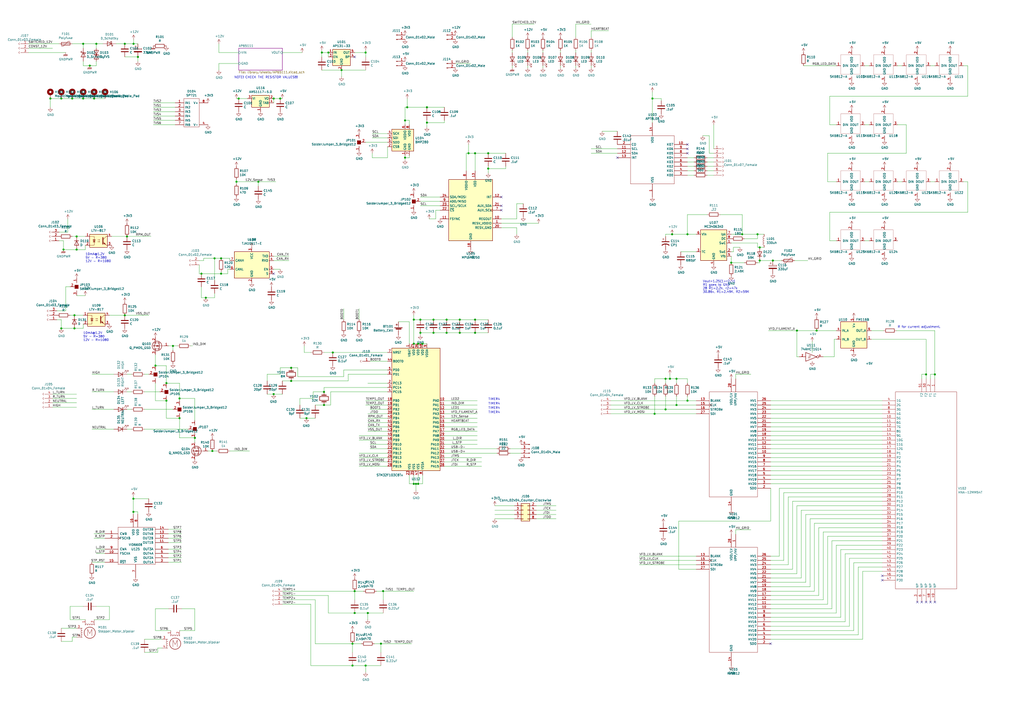
<source format=kicad_sch>
(kicad_sch (version 20220126) (generator eeschema)
  (paper "A2")
  (junction (at 212.09 30.48) (diameter 1.016))
  (junction (at 158.75 228.6) (diameter 1.016))
  (junction (at 168.91 220.98) (diameter 1.016))
  (junction (at 54.61 57.15) (diameter 1.016))
  (junction (at 386.08 219.71) (diameter 1.016))
  (junction (at 251.46 193.04) (diameter 1.016))
  (junction (at 128.27 149.86) (diameter 1.016))
  (junction (at 537.21 217.17) (diameter 1.016))
  (junction (at 123.19 261.62) (diameter 1.016))
  (junction (at 283.21 97.79) (diameter 1.016))
  (junction (at 245.11 199.39) (diameter 1.016))
  (junction (at 379.73 240.03) (diameter 1.016))
  (junction (at 378.46 57.15) (diameter 1.016))
  (junction (at 77.47 25.4) (diameter 1.016))
  (junction (at 186.69 30.48) (diameter 1.016))
  (junction (at 243.84 193.04) (diameter 1.016))
  (junction (at 77.3684 289.306) (diameter 1.016))
  (junction (at 193.04 204.47) (diameter 1.016))
  (junction (at 77.3684 296.926) (diameter 1.016))
  (junction (at 240.03 280.67) (diameter 1.016))
  (junction (at 137.16 105.41) (diameter 1.016))
  (junction (at 220.98 373.38) (diameter 1.016))
  (junction (at 247.65 71.12) (diameter 1.016))
  (junction (at 35.56 190.5) (diameter 1.016))
  (junction (at 43.18 190.5) (diameter 1.016))
  (junction (at 190.5 30.48) (diameter 1.016))
  (junction (at 392.43 219.71) (diameter 1.016))
  (junction (at 44.45 137.16) (diameter 1.016))
  (junction (at 266.7 185.42) (diameter 1.016))
  (junction (at 242.57 199.39) (diameter 1.016))
  (junction (at 398.78 232.41) (diameter 1.016))
  (junction (at 36.83 144.78) (diameter 1.016))
  (junction (at 542.29 217.17) (diameter 1.016))
  (junction (at 462.28 191.77) (diameter 1.016))
  (junction (at 213.36 355.6) (diameter 1.016))
  (junction (at 41.91 57.15) (diameter 1.016))
  (junction (at 80.01 33.02) (diameter 1.016))
  (junction (at 222.25 342.9) (diameter 1.016))
  (junction (at 440.69 143.51) (diameter 1.016))
  (junction (at 473.71 191.77) (diameter 1.016))
  (junction (at 90.17 212.09) (diameter 1.016))
  (junction (at 119.38 172.72) (diameter 1.016))
  (junction (at 72.39 182.88) (diameter 1.016))
  (junction (at 424.18 152.4) (diameter 1.016))
  (junction (at 247.65 62.23) (diameter 1.016))
  (junction (at 138.43 57.15) (diameter 1.016))
  (junction (at 35.56 57.15) (diameter 1.016))
  (junction (at 234.95 91.44) (diameter 1.016))
  (junction (at 392.43 234.95) (diameter 1.016))
  (junction (at 204.47 373.38) (diameter 1.016))
  (junction (at 275.59 185.42) (diameter 1.016))
  (junction (at 43.18 182.88) (diameter 1.016))
  (junction (at 73.66 137.16) (diameter 1.016))
  (junction (at 251.46 185.42) (diameter 1.016))
  (junction (at 275.59 88.9) (diameter 1.016))
  (junction (at 271.78 88.9) (diameter 1.016))
  (junction (at 124.46 149.86) (diameter 1.016))
  (junction (at 162.56 57.15) (diameter 1.016))
  (junction (at 158.75 57.15) (diameter 1.016))
  (junction (at 205.74 342.9) (diameter 1.016))
  (junction (at 243.84 185.42) (diameter 1.016))
  (junction (at 128.27 158.75) (diameter 1.016))
  (junction (at 241.3 280.67) (diameter 1.016))
  (junction (at 212.09 386.08) (diameter 1.016))
  (junction (at 44.45 144.78) (diameter 1.016))
  (junction (at 389.89 135.89) (diameter 1.016))
  (junction (at 168.91 213.36) (diameter 1.016))
  (junction (at 29.21 57.15) (diameter 1.016))
  (junction (at 205.74 355.6) (diameter 1.016))
  (junction (at 96.52 232.41) (diameter 1.016))
  (junction (at 398.78 135.89) (diameter 1.016))
  (junction (at 259.08 185.42) (diameter 1.016))
  (junction (at 52.07 38.1) (diameter 1.016))
  (junction (at 240.03 185.42) (diameter 1.016))
  (junction (at 100.33 200.66) (diameter 1.016))
  (junction (at 388.62 219.71) (diameter 1.016))
  (junction (at 259.08 193.04) (diameter 1.016))
  (junction (at 198.12 40.64) (diameter 1.016))
  (junction (at 149.86 105.41) (diameter 1.016))
  (junction (at 440.69 151.13) (diameter 1.016))
  (junction (at 48.26 57.15) (diameter 1.016))
  (junction (at 116.84 158.75) (diameter 1.016))
  (junction (at 240.03 199.39) (diameter 1.016))
  (junction (at 72.39 25.4) (diameter 1.016))
  (junction (at 55.88 25.4) (diameter 1.016))
  (junction (at 266.7 193.04) (diameter 1.016))
  (junction (at 283.21 88.9) (diameter 1.016))
  (junction (at 187.96 227.33) (diameter 1.016))
  (junction (at 439.42 135.89) (diameter 1.016))
  (junction (at 187.96 234.95) (diameter 1.016))
  (junction (at 48.26 25.4) (diameter 1.016))
  (junction (at 275.59 193.04) (diameter 1.016))
  (junction (at 204.47 386.08) (diameter 1.016))
  (junction (at 96.52 222.25) (diameter 1.016))
  (junction (at 234.95 69.85) (diameter 1.016))
  (junction (at 386.08 237.49) (diameter 1.016))
  (junction (at 242.57 280.67) (diameter 1.016))
  (junction (at 113.03 254) (diameter 1.016))
  (junction (at 448.31 151.13) (diameter 1.016))
  (junction (at 177.8 242.57) (diameter 1.016))
  (junction (at 104.14 231.14) (diameter 1.016))
  (junction (at 236.22 62.23) (diameter 1.016))
  (junction (at 430.53 135.89) (diameter 1.016))
  (junction (at 104.14 242.57) (diameter 1.016))
  (no_connect (at 158.75 158.75))
  (no_connect (at 534.67 349.25))
  (no_connect (at 537.21 349.25))
  (no_connect (at 205.74 33.02))
  (no_connect (at 290.83 114.3))
  (no_connect (at 511.81 334.01))
  (no_connect (at 447.04 373.38))
  (no_connect (at 511.81 336.55))
  (no_connect (at 532.13 349.25))
  (no_connect (at 539.75 349.25))
  (no_connect (at 358.14 91.44))
  (no_connect (at 290.83 121.92))
  (no_connect (at 398.78 88.9))
  (no_connect (at 398.78 86.36))
  (no_connect (at 290.83 119.38))
  (no_connect (at 542.29 349.25))
  (no_connect (at 398.78 83.82))
  (wire (pts (xy 447.04 240.03) (xy 511.81 240.03)))
  (wire (pts (xy 217.17 373.38) (xy 220.98 373.38)))
  (wire (pts (xy 205.74 30.48) (xy 212.09 30.48)))
  (wire (pts (xy 242.57 280.67) (xy 245.11 280.67)))
  (wire (pts (xy 73.66 237.49) (xy 76.2 237.49)))
  (wire (pts (xy 414.02 96.52) (xy 410.21 96.52)))
  (wire (pts (xy 35.56 57.15) (xy 29.21 57.15)))
  (wire (pts (xy 149.86 107.95) (xy 149.86 105.41)))
  (wire (pts (xy 162.56 217.17) (xy 162.56 213.36)))
  (wire (pts (xy 172.72 218.44) (xy 172.72 213.36)))
  (wire (pts (xy 492.76 323.85) (xy 492.76 363.22)))
  (wire (pts (xy 220.98 373.38) (xy 220.98 378.46)))
  (wire (pts (xy 137.16 105.41) (xy 149.86 105.41)))
  (wire (pts (xy 426.72 217.17) (xy 435.61 217.17)))
  (wire (pts (xy 447.04 283.21) (xy 447.04 302.26)))
  (wire (pts (xy 439.42 152.4) (xy 440.69 152.4)))
  (wire (pts (xy 205.74 355.6) (xy 213.36 355.6)))
  (wire (pts (xy 118.11 151.13) (xy 115.57 151.13)))
  (wire (pts (xy 378.46 53.34) (xy 378.46 57.15)))
  (wire (pts (xy 425.45 146.05) (xy 424.18 146.05)))
  (wire (pts (xy 462.28 332.74) (xy 462.28 293.37)))
  (wire (pts (xy 403.86 135.89) (xy 398.78 135.89)))
  (wire (pts (xy 257.81 267.97) (xy 279.4 267.97)))
  (wire (pts (xy 485.14 355.6) (xy 485.14 316.23)))
  (wire (pts (xy 447.04 325.12) (xy 454.66 325.12)))
  (wire (pts (xy 520.7 72.39) (xy 525.78 72.39)))
  (wire (pts (xy 252.73 127) (xy 252.73 121.92)))
  (wire (pts (xy 83.82 237.49) (xy 100.33 237.49)))
  (wire (pts (xy 138.43 57.15) (xy 137.16 57.15)))
  (wire (pts (xy 91.44 378.46) (xy 91.44 375.92)))
  (wire (pts (xy 469.9 300.99) (xy 469.9 340.36)))
  (wire (pts (xy 124.46 149.86) (xy 118.11 149.86)))
  (wire (pts (xy 224.79 80.01) (xy 215.9 80.01)))
  (wire (pts (xy 133.35 156.21) (xy 132.08 156.21)))
  (wire (pts (xy 403.86 146.05) (xy 394.97 146.05)))
  (wire (pts (xy 55.7784 321.056) (xy 60.8584 321.056)))
  (wire (pts (xy 512.445 191.77) (xy 505.46 191.77)))
  (wire (pts (xy 539.75 38.1) (xy 542.29 38.1)))
  (wire (pts (xy 113.03 256.54) (xy 113.03 254)))
  (wire (pts (xy 63.5 182.88) (xy 72.39 182.88)))
  (wire (pts (xy 54.61 57.15) (xy 48.26 57.15)))
  (wire (pts (xy 243.84 185.42) (xy 240.03 185.42)))
  (wire (pts (xy 73.66 217.17) (xy 76.2 217.17)))
  (wire (pts (xy 154.94 217.17) (xy 162.56 217.17)))
  (wire (pts (xy 354.33 234.95) (xy 392.43 234.95)))
  (wire (pts (xy 257.81 71.12) (xy 257.81 69.85)))
  (wire (pts (xy 440.69 143.51) (xy 443.23 143.51)))
  (wire (pts (xy 16.51 27.94) (xy 30.48 27.94)))
  (wire (pts (xy 72.39 182.88) (xy 86.36 182.88)))
  (wire (pts (xy 240.03 199.39) (xy 240.03 185.42)))
  (wire (pts (xy 443.23 135.89) (xy 439.42 135.89)))
  (wire (pts (xy 181.61 231.14) (xy 181.61 227.33)))
  (wire (pts (xy 379.73 219.71) (xy 379.73 222.25)))
  (wire (pts (xy 97.6884 314.706) (xy 105.3084 314.706)))
  (wire (pts (xy 314.96 29.21) (xy 314.96 30.48)))
  (wire (pts (xy 481.33 72.39) (xy 485.14 72.39)))
  (wire (pts (xy 220.98 373.38) (xy 238.76 373.38)))
  (wire (pts (xy 283.21 96.52) (xy 283.21 97.79)))
  (wire (pts (xy 36.83 139.7) (xy 36.83 144.78)))
  (wire (pts (xy 461.01 151.13) (xy 468.63 151.13)))
  (wire (pts (xy 480.06 311.15) (xy 511.81 311.15)))
  (wire (pts (xy 198.12 40.64) (xy 212.09 40.64)))
  (wire (pts (xy 257.81 260.35) (xy 288.29 260.35)))
  (wire (pts (xy 104.14 232.41) (xy 104.14 231.14)))
  (wire (pts (xy 439.42 138.43) (xy 439.42 135.89)))
  (wire (pts (xy 204.47 386.08) (xy 212.09 386.08)))
  (wire (pts (xy 208.28 179.07) (xy 208.28 185.42)))
  (wire (pts (xy 162.56 57.15) (xy 158.75 57.15)))
  (wire (pts (xy 224.79 255.27) (xy 208.28 255.27)))
  (wire (pts (xy 44.45 137.16) (xy 41.91 137.16)))
  (wire (pts (xy 459.74 290.83) (xy 459.74 330.2)))
  (wire (pts (xy 83.82 248.92) (xy 109.22 248.92)))
  (wire (pts (xy 398.78 222.25) (xy 398.78 219.71)))
  (wire (pts (xy 204.47 378.46) (xy 204.47 373.38)))
  (wire (pts (xy 358.14 88.9) (xy 342.9 88.9)))
  (wire (pts (xy 158.75 151.13) (xy 167.64 151.13)))
  (wire (pts (xy 123.19 261.62) (xy 120.65 261.62)))
  (wire (pts (xy 334.01 13.97) (xy 342.9 13.97)))
  (wire (pts (xy 354.33 232.41) (xy 398.78 232.41)))
  (wire (pts (xy 414.02 99.06) (xy 410.21 99.06)))
  (wire (pts (xy 190.5 355.6) (xy 190.5 345.44)))
  (wire (pts (xy 414.02 93.98) (xy 410.21 93.98)))
  (wire (pts (xy 79.9084 296.926) (xy 77.3684 296.926)))
  (wire (pts (xy 480.06 350.52) (xy 480.06 311.15)))
  (wire (pts (xy 234.95 92.71) (xy 234.95 91.44)))
  (wire (pts (xy 214.63 260.35) (xy 224.79 260.35)))
  (wire (pts (xy 54.5084 309.626) (xy 60.8584 309.626)))
  (wire (pts (xy 264.16 36.83) (xy 273.05 36.83)))
  (wire (pts (xy 54.61 359.41) (xy 63.5 359.41)))
  (wire (pts (xy 180.34 386.08) (xy 204.47 386.08)))
  (wire (pts (xy 48.26 190.5) (xy 48.26 187.96)))
  (wire (pts (xy 480.06 88.9) (xy 480.06 105.41)))
  (wire (pts (xy 163.83 350.52) (xy 180.34 350.52)))
  (wire (pts (xy 255.27 119.38) (xy 243.84 119.38)))
  (wire (pts (xy 38.1 166.37) (xy 38.1 180.34)))
  (wire (pts (xy 173.99 242.57) (xy 177.8 242.57)))
  (wire (pts (xy 398.78 219.71) (xy 392.43 219.71)))
  (wire (pts (xy 73.66 227.33) (xy 76.2 227.33)))
  (wire (pts (xy 430.53 135.89) (xy 424.18 135.89)))
  (wire (pts (xy 485.14 316.23) (xy 511.81 316.23)))
  (wire (pts (xy 426.72 309.88) (xy 426.72 307.34)))
  (wire (pts (xy 231.14 186.69) (xy 237.49 186.69)))
  (wire (pts (xy 424.18 152.4) (xy 431.8 152.4)))
  (wire (pts (xy 501.65 139.7) (xy 504.19 139.7)))
  (wire (pts (xy 511.81 331.47) (xy 500.38 331.47)))
  (wire (pts (xy 471.17 198.12) (xy 471.17 204.47)))
  (wire (pts (xy 501.65 105.41) (xy 504.19 105.41)))
  (wire (pts (xy 66.04 227.33) (xy 53.34 227.33)))
  (wire (pts (xy 481.33 55.88) (xy 481.33 72.39)))
  (wire (pts (xy 208.28 270.51) (xy 224.79 270.51)))
  (wire (pts (xy 411.48 88.9) (xy 411.48 78.74)))
  (wire (pts (xy 97.6884 318.516) (xy 105.3084 318.516)))
  (wire (pts (xy 224.79 91.44) (xy 224.79 85.09)))
  (wire (pts (xy 447.04 232.41) (xy 511.81 232.41)))
  (wire (pts (xy 93.98 370.84) (xy 83.82 370.84)))
  (wire (pts (xy 116.84 158.75) (xy 128.27 158.75)))
  (wire (pts (xy 105.41 353.06) (xy 113.03 353.06)))
  (wire (pts (xy 236.22 62.23) (xy 234.95 62.23)))
  (wire (pts (xy 497.84 328.93) (xy 511.81 328.93)))
  (wire (pts (xy 452.12 322.58) (xy 447.04 322.58)))
  (wire (pts (xy 97.6884 307.086) (xy 105.3084 307.086)))
  (wire (pts (xy 240.03 280.67) (xy 241.3 280.67)))
  (wire (pts (xy 110.49 200.66) (xy 111.76 200.66)))
  (wire (pts (xy 525.78 72.39) (xy 525.78 88.9)))
  (wire (pts (xy 236.22 62.23) (xy 247.65 62.23)))
  (wire (pts (xy 242.57 199.39) (xy 240.03 199.39)))
  (wire (pts (xy 90.17 353.06) (xy 97.79 353.06)))
  (wire (pts (xy 127 36.83) (xy 127 40.64)))
  (wire (pts (xy 452.12 283.21) (xy 511.81 283.21)))
  (wire (pts (xy 40.64 351.79) (xy 40.64 359.41)))
  (wire (pts (xy 55.7784 318.516) (xy 60.8584 318.516)))
  (wire (pts (xy 212.09 30.48) (xy 212.09 29.21)))
  (wire (pts (xy 283.21 88.9) (xy 275.59 88.9)))
  (wire (pts (xy 403.86 232.41) (xy 398.78 232.41)))
  (wire (pts (xy 257.81 255.27) (xy 276.86 255.27)))
  (wire (pts (xy 255.27 114.3) (xy 243.84 114.3)))
  (wire (pts (xy 224.79 209.55) (xy 214.63 209.55)))
  (wire (pts (xy 520.7 38.1) (xy 523.24 38.1)))
  (wire (pts (xy 193.04 204.47) (xy 187.96 204.47)))
  (wire (pts (xy 101.6 59.69) (xy 88.9 59.69)))
  (wire (pts (xy 83.82 378.46) (xy 91.44 378.46)))
  (wire (pts (xy 16.51 30.48) (xy 38.1 30.48)))
  (wire (pts (xy 534.67 219.71) (xy 534.67 217.17)))
  (wire (pts (xy 173.99 231.14) (xy 181.61 231.14)))
  (wire (pts (xy 90.17 222.25) (xy 90.17 232.41)))
  (wire (pts (xy 49.53 359.41) (xy 40.64 359.41)))
  (wire (pts (xy 257.81 250.19) (xy 276.86 250.19)))
  (wire (pts (xy 342.9 17.78) (xy 342.9 21.59)))
  (wire (pts (xy 30.48 231.14) (xy 44.45 231.14)))
  (wire (pts (xy 325.12 38.1) (xy 325.12 39.37)))
  (wire (pts (xy 172.72 213.36) (xy 168.91 213.36)))
  (wire (pts (xy 447.04 358.14) (xy 487.68 358.14)))
  (wire (pts (xy 199.39 179.07) (xy 199.39 185.42)))
  (wire (pts (xy 561.34 123.19) (xy 481.33 123.19)))
  (wire (pts (xy 163.83 342.9) (xy 205.74 342.9)))
  (wire (pts (xy 187.96 234.95) (xy 182.88 234.95)))
  (wire (pts (xy 257.81 234.95) (xy 276.86 234.95)))
  (wire (pts (xy 100.33 200.66) (xy 97.79 200.66)))
  (wire (pts (xy 213.36 359.41) (xy 213.36 355.6)))
  (wire (pts (xy 55.88 27.94) (xy 55.88 25.4)))
  (wire (pts (xy 237.49 186.69) (xy 237.49 199.39)))
  (wire (pts (xy 297.18 29.21) (xy 297.18 30.48)))
  (wire (pts (xy 163.83 345.44) (xy 190.5 345.44)))
  (wire (pts (xy 447.04 267.97) (xy 511.81 267.97)))
  (wire (pts (xy 48.26 57.15) (xy 41.91 57.15)))
  (wire (pts (xy 158.75 57.15) (xy 158.75 59.69)))
  (wire (pts (xy 212.09 82.55) (xy 224.79 82.55)))
  (wire (pts (xy 447.04 368.3) (xy 497.84 368.3)))
  (wire (pts (xy 212.09 30.48) (xy 212.09 33.02)))
  (wire (pts (xy 287.02 295.91) (xy 298.45 295.91)))
  (wire (pts (xy 72.39 33.02) (xy 80.01 33.02)))
  (wire (pts (xy 542.29 217.17) (xy 542.29 191.77)))
  (wire (pts (xy 35.56 190.5) (xy 43.18 190.5)))
  (wire (pts (xy 490.22 360.68) (xy 490.22 321.31)))
  (wire (pts (xy 113.03 243.84) (xy 113.03 231.14)))
  (wire (pts (xy 370.84 325.12) (xy 403.86 325.12)))
  (wire (pts (xy 448.31 151.13) (xy 453.39 151.13)))
  (wire (pts (xy 115.57 158.75) (xy 116.84 158.75)))
  (wire (pts (xy 49.53 144.78) (xy 49.53 142.24)))
  (wire (pts (xy 283.21 97.79) (xy 293.37 97.79)))
  (wire (pts (xy 354.33 240.03) (xy 379.73 240.03)))
  (wire (pts (xy 287.02 300.99) (xy 298.45 300.99)))
  (wire (pts (xy 77.47 25.4) (xy 77.47 22.86)))
  (wire (pts (xy 440.69 152.4) (xy 440.69 151.13)))
  (wire (pts (xy 64.77 137.16) (xy 73.66 137.16)))
  (wire (pts (xy 445.77 191.77) (xy 462.28 191.77)))
  (wire (pts (xy 483.87 207.01) (xy 483.87 196.85)))
  (wire (pts (xy 245.11 199.39) (xy 242.57 199.39)))
  (wire (pts (xy 414.02 86.36) (xy 414.02 72.39)))
  (wire (pts (xy 303.53 118.11) (xy 299.72 118.11)))
  (wire (pts (xy 163.83 347.98) (xy 182.88 347.98)))
  (wire (pts (xy 63.5 359.41) (xy 63.5 351.79)))
  (wire (pts (xy 38.1 166.37) (xy 40.64 166.37)))
  (wire (pts (xy 16.51 25.4) (xy 34.29 25.4)))
  (wire (pts (xy 73.66 248.92) (xy 76.2 248.92)))
  (wire (pts (xy 237.49 91.44) (xy 234.95 91.44)))
  (wire (pts (xy 454.66 285.75) (xy 454.66 325.12)))
  (wire (pts (xy 97.6884 326.136) (xy 105.3084 326.136)))
  (wire (pts (xy 96.52 212.09) (xy 90.17 212.09)))
  (wire (pts (xy 386.08 229.87) (xy 386.08 237.49)))
  (wire (pts (xy 497.84 368.3) (xy 497.84 328.93)))
  (wire (pts (xy 439.42 140.97) (xy 439.42 143.51)))
  (wire (pts (xy 199.39 214.63) (xy 199.39 218.44)))
  (wire (pts (xy 213.36 242.57) (xy 224.79 242.57)))
  (wire (pts (xy 464.82 295.91) (xy 464.82 335.28)))
  (wire (pts (xy 447.04 242.57) (xy 511.81 242.57)))
  (wire (pts (xy 133.35 149.86) (xy 128.27 149.86)))
  (wire (pts (xy 35.56 185.42) (xy 35.56 190.5)))
  (wire (pts (xy 36.83 139.7) (xy 34.29 139.7)))
  (wire (pts (xy 212.09 234.95) (xy 224.79 234.95)))
  (wire (pts (xy 190.5 33.02) (xy 190.5 30.48)))
  (wire (pts (xy 248.92 127) (xy 252.73 127)))
  (wire (pts (xy 116.84 172.72) (xy 119.38 172.72)))
  (wire (pts (xy 275.59 99.06) (xy 275.59 88.9)))
  (wire (pts (xy 224.79 237.49) (xy 214.63 237.49)))
  (wire (pts (xy 311.15 300.99) (xy 322.58 300.99)))
  (wire (pts (xy 299.72 135.89) (xy 299.72 132.08)))
  (wire (pts (xy 425.45 143.51) (xy 425.45 146.05)))
  (wire (pts (xy 447.04 332.74) (xy 462.28 332.74)))
  (wire (pts (xy 472.44 303.53) (xy 472.44 342.9)))
  (wire (pts (xy 342.9 38.1) (xy 342.9 39.37)))
  (wire (pts (xy 133.35 261.62) (xy 144.78 261.62)))
  (wire (pts (xy 34.29 134.62) (xy 39.37 134.62)))
  (wire (pts (xy 426.72 219.71) (xy 426.72 217.17)))
  (wire (pts (xy 101.6 72.39) (xy 88.9 72.39)))
  (wire (pts (xy 424.18 140.97) (xy 439.42 140.97)))
  (wire (pts (xy 462.28 207.01) (xy 462.28 191.77)))
  (wire (pts (xy 370.84 322.58) (xy 403.86 322.58)))
  (wire (pts (xy 389.89 135.89) (xy 386.08 135.89)))
  (wire (pts (xy 212.09 389.89) (xy 212.09 386.08)))
  (wire (pts (xy 100.33 203.2) (xy 100.33 200.66)))
  (wire (pts (xy 102.87 200.66) (xy 100.33 200.66)))
  (wire (pts (xy 154.94 220.98) (xy 154.94 217.17)))
  (wire (pts (xy 439.42 143.51) (xy 440.69 143.51)))
  (wire (pts (xy 173.99 234.95) (xy 173.99 231.14)))
  (wire (pts (xy 158.75 228.6) (xy 163.83 228.6)))
  (wire (pts (xy 477.52 308.61) (xy 477.52 347.98)))
  (wire (pts (xy 511.81 323.85) (xy 492.76 323.85)))
  (wire (pts (xy 209.55 373.38) (xy 204.47 373.38)))
  (wire (pts (xy 48.26 351.79) (xy 40.64 351.79)))
  (wire (pts (xy 402.59 93.98) (xy 398.78 93.98)))
  (wire (pts (xy 410.21 124.46) (xy 398.78 124.46)))
  (wire (pts (xy 257.81 242.57) (xy 276.86 242.57)))
  (wire (pts (xy 293.37 97.79) (xy 293.37 96.52)))
  (wire (pts (xy 234.95 69.85) (xy 234.95 72.39)))
  (wire (pts (xy 149.86 105.41) (xy 160.02 105.41)))
  (wire (pts (xy 224.79 252.73) (xy 208.28 252.73)))
  (wire (pts (xy 447.04 250.19) (xy 511.81 250.19)))
  (wire (pts (xy 137.16 104.14) (xy 137.16 105.41)))
  (wire (pts (xy 79.9084 298.196) (xy 79.9084 296.926)))
  (wire (pts (xy 48.26 182.88) (xy 43.18 182.88)))
  (wire (pts (xy 180.34 386.08) (xy 180.34 350.52)))
  (wire (pts (xy 370.84 327.66) (xy 403.86 327.66)))
  (wire (pts (xy 83.82 217.17) (xy 86.36 217.17)))
  (wire (pts (xy 447.04 330.2) (xy 459.74 330.2)))
  (wire (pts (xy 128.27 157.48) (xy 128.27 158.75)))
  (wire (pts (xy 430.53 124.46) (xy 430.53 135.89)))
  (wire (pts (xy 392.43 229.87) (xy 392.43 234.95)))
  (wire (pts (xy 63.5 351.79) (xy 55.88 351.79)))
  (wire (pts (xy 39.37 127) (xy 39.37 134.62)))
  (wire (pts (xy 392.43 219.71) (xy 392.43 222.25)))
  (wire (pts (xy 447.04 302.26) (xy 393.7 302.26)))
  (wire (pts (xy 90.17 232.41) (xy 96.52 232.41)))
  (wire (pts (xy 447.04 275.59) (xy 511.81 275.59)))
  (wire (pts (xy 191.77 227.33) (xy 191.77 234.95)))
  (wire (pts (xy 236.22 57.15) (xy 236.22 62.23)))
  (wire (pts (xy 275.59 88.9) (xy 271.78 88.9)))
  (wire (pts (xy 97.6884 309.626) (xy 105.3084 309.626)))
  (wire (pts (xy 67.31 25.4) (xy 72.39 25.4)))
  (wire (pts (xy 190.5 355.6) (xy 205.74 355.6)))
  (wire (pts (xy 44.45 144.78) (xy 49.53 144.78)))
  (wire (pts (xy 386.08 219.71) (xy 379.73 219.71)))
  (wire (pts (xy 55.88 25.4) (xy 59.69 25.4)))
  (wire (pts (xy 127 25.4) (xy 127 30.48)))
  (wire (pts (xy 537.21 196.85) (xy 537.21 217.17)))
  (wire (pts (xy 501.65 72.39) (xy 504.19 72.39)))
  (wire (pts (xy 398.78 229.87) (xy 398.78 232.41)))
  (wire (pts (xy 495.3 326.39) (xy 495.3 365.76)))
  (wire (pts (xy 113.03 231.14) (xy 104.14 231.14)))
  (wire (pts (xy 306.07 29.21) (xy 306.07 30.48)))
  (wire (pts (xy 255.27 116.84) (xy 243.84 116.84)))
  (wire (pts (xy 398.78 124.46) (xy 398.78 135.89)))
  (wire (pts (xy 561.34 38.1) (xy 561.34 55.88)))
  (wire (pts (xy 299.72 132.08) (xy 290.83 132.08)))
  (wire (pts (xy 187.96 224.79) (xy 187.96 227.33)))
  (wire (pts (xy 270.51 88.9) (xy 270.51 99.06)))
  (wire (pts (xy 241.3 284.48) (xy 241.3 280.67)))
  (wire (pts (xy 520.065 191.77) (xy 542.29 191.77)))
  (wire (pts (xy 240.03 185.42) (xy 240.03 182.88)))
  (wire (pts (xy 539.75 105.41) (xy 542.29 105.41)))
  (wire (pts (xy 511.81 318.77) (xy 487.68 318.77)))
  (wire (pts (xy 186.69 30.48) (xy 186.69 29.21)))
  (wire (pts (xy 96.52 232.41) (xy 96.52 242.57)))
  (wire (pts (xy 306.07 38.1) (xy 306.07 39.37)))
  (wire (pts (xy 213.36 247.65) (xy 224.79 247.65)))
  (wire (pts (xy 48.26 35.56) (xy 48.26 38.1)))
  (wire (pts (xy 124.46 172.72) (xy 119.38 172.72)))
  (wire (pts (xy 132.08 156.21) (xy 132.08 158.75)))
  (wire (pts (xy 180.34 204.47) (xy 176.53 204.47)))
  (wire (pts (xy 35.56 372.11) (xy 41.91 372.11)))
  (wire (pts (xy 447.04 342.9) (xy 472.44 342.9)))
  (wire (pts (xy 325.12 29.21) (xy 325.12 30.48)))
  (wire (pts (xy 191.77 227.33) (xy 224.79 227.33)))
  (wire (pts (xy 487.68 318.77) (xy 487.68 358.14)))
  (wire (pts (xy 77.3684 289.306) (xy 77.3684 296.926)))
  (wire (pts (xy 257.81 240.03) (xy 276.86 240.03)))
  (wire (pts (xy 104.14 231.14) (xy 104.14 222.25)))
  (wire (pts (xy 247.65 69.85) (xy 247.65 71.12)))
  (wire (pts (xy 208.28 262.89) (xy 224.79 262.89)))
  (wire (pts (xy 240.03 275.59) (xy 240.03 280.67)))
  (wire (pts (xy 210.82 342.9) (xy 205.74 342.9)))
  (wire (pts (xy 388.62 217.17) (xy 388.62 219.71)))
  (wire (pts (xy 342.9 29.21) (xy 342.9 30.48)))
  (wire (pts (xy 86.2584 289.306) (xy 77.3684 289.306)))
  (wire (pts (xy 426.72 307.34) (xy 435.61 307.34)))
  (wire (pts (xy 287.02 298.45) (xy 298.45 298.45)))
  (wire (pts (xy 398.78 135.89) (xy 389.89 135.89)))
  (wire (pts (xy 93.98 375.92) (xy 91.44 375.92)))
  (wire (pts (xy 201.93 217.17) (xy 224.79 217.17)))
  (wire (pts (xy 402.59 96.52) (xy 398.78 96.52)))
  (wire (pts (xy 483.87 196.85) (xy 485.14 196.85)))
  (wire (pts (xy 97.6884 323.596) (xy 105.3084 323.596)))
  (wire (pts (xy 77.3684 296.926) (xy 77.3684 298.196)))
  (wire (pts (xy 257.81 252.73) (xy 276.86 252.73)))
  (wire (pts (xy 299.72 118.11) (xy 299.72 127)))
  (wire (pts (xy 266.7 185.42) (xy 259.08 185.42)))
  (wire (pts (xy 128.27 149.86) (xy 124.46 149.86)))
  (wire (pts (xy 237.49 90.17) (xy 237.49 91.44)))
  (wire (pts (xy 467.36 337.82) (xy 467.36 298.45)))
  (wire (pts (xy 208.28 267.97) (xy 224.79 267.97)))
  (wire (pts (xy 168.91 220.98) (xy 163.83 220.98)))
  (wire (pts (xy 73.66 137.16) (xy 87.63 137.16)))
  (wire (pts (xy 101.6 62.23) (xy 88.9 62.23)))
  (wire (pts (xy 177.8 242.57) (xy 182.88 242.57)))
  (wire (pts (xy 414.02 91.44) (xy 410.21 91.44)))
  (wire (pts (xy 473.71 191.77) (xy 485.14 191.77)))
  (wire (pts (xy 447.04 262.89) (xy 511.81 262.89)))
  (wire (pts (xy 379.73 229.87) (xy 379.73 240.03)))
  (wire (pts (xy 474.98 306.07) (xy 511.81 306.07)))
  (wire (pts (xy 90.17 365.76) (xy 90.17 353.06)))
  (wire (pts (xy 561.34 105.41) (xy 561.34 123.19)))
  (wire (pts (xy 35.56 185.42) (xy 33.02 185.42)))
  (wire (pts (xy 162.56 213.36) (xy 168.91 213.36)))
  (wire (pts (xy 33.02 180.34) (xy 38.1 180.34)))
  (wire (pts (xy 271.78 88.9) (xy 270.51 88.9)))
  (wire (pts (xy 214.63 257.81) (xy 224.79 257.81)))
  (wire (pts (xy 358.14 86.36) (xy 342.9 86.36)))
  (wire (pts (xy 481.33 139.7) (xy 485.14 139.7)))
  (wire (pts (xy 511.81 288.29) (xy 457.2 288.29)))
  (wire (pts (xy 383.54 57.15) (xy 378.46 57.15)))
  (wire (pts (xy 163.83 30.48) (xy 175.26 30.48)))
  (wire (pts (xy 187.96 224.79) (xy 224.79 224.79)))
  (wire (pts (xy 104.14 254) (xy 113.03 254)))
  (wire (pts (xy 297.18 13.97) (xy 297.18 21.59)))
  (wire (pts (xy 182.88 373.38) (xy 204.47 373.38)))
  (wire (pts (xy 302.26 262.89) (xy 295.91 262.89)))
  (wire (pts (xy 208.28 265.43) (xy 224.79 265.43)))
  (wire (pts (xy 457.2 288.29) (xy 457.2 327.66)))
  (wire (pts (xy 257.81 245.11) (xy 276.86 245.11)))
  (wire (pts (xy 511.81 313.69) (xy 482.6 313.69)))
  (wire (pts (xy 447.04 353.06) (xy 482.6 353.06)))
  (wire (pts (xy 463.55 207.01) (xy 462.28 207.01)))
  (wire (pts (xy 342.9 17.78) (xy 353.06 17.78)))
  (wire (pts (xy 257.81 262.89) (xy 288.29 262.89)))
  (wire (pts (xy 66.04 217.17) (xy 53.34 217.17)))
  (wire (pts (xy 417.83 124.46) (xy 430.53 124.46)))
  (wire (pts (xy 477.52 207.01) (xy 483.87 207.01)))
  (wire (pts (xy 334.01 13.97) (xy 334.01 21.59)))
  (wire (pts (xy 101.6 69.85) (xy 88.9 69.85)))
  (wire (pts (xy 80.01 35.56) (xy 80.01 33.02)))
  (wire (pts (xy 311.15 298.45) (xy 322.58 298.45)))
  (wire (pts (xy 237.49 72.39) (xy 237.49 69.85)))
  (wire (pts (xy 290.83 129.54) (xy 312.42 129.54)))
  (wire (pts (xy 182.88 347.98) (xy 182.88 373.38)))
  (wire (pts (xy 41.91 57.15) (xy 35.56 57.15)))
  (wire (pts (xy 447.04 370.84) (xy 500.38 370.84)))
  (wire (pts (xy 49.53 137.16) (xy 44.45 137.16)))
  (wire (pts (xy 447.04 340.36) (xy 469.9 340.36)))
  (wire (pts (xy 118.11 149.86) (xy 118.11 151.13)))
  (wire (pts (xy 190.5 30.48) (xy 186.69 30.48)))
  (wire (pts (xy 447.04 252.73) (xy 511.81 252.73)))
  (wire (pts (xy 447.04 337.82) (xy 467.36 337.82)))
  (wire (pts (xy 429.26 143.51) (xy 425.45 143.51)))
  (wire (pts (xy 411.48 78.74) (xy 407.67 78.74)))
  (wire (pts (xy 257.81 62.23) (xy 247.65 62.23)))
  (wire (pts (xy 297.18 38.1) (xy 297.18 39.37)))
  (wire (pts (xy 237.49 69.85) (xy 234.95 69.85)))
  (wire (pts (xy 257.81 237.49) (xy 276.86 237.49)))
  (wire (pts (xy 257.81 247.65) (xy 276.86 247.65)))
  (wire (pts (xy 447.04 363.22) (xy 492.76 363.22)))
  (wire (pts (xy 138.43 36.83) (xy 127 36.83)))
  (wire (pts (xy 83.82 227.33) (xy 92.71 227.33)))
  (wire (pts (xy 96.52 242.57) (xy 104.14 242.57)))
  (wire (pts (xy 511.81 308.61) (xy 477.52 308.61)))
  (wire (pts (xy 447.04 278.13) (xy 511.81 278.13)))
  (wire (pts (xy 48.26 25.4) (xy 55.88 25.4)))
  (wire (pts (xy 186.69 30.48) (xy 186.69 33.02)))
  (wire (pts (xy 447.04 345.44) (xy 474.98 345.44)))
  (wire (pts (xy 218.44 342.9) (xy 222.25 342.9)))
  (wire (pts (xy 234.95 91.44) (xy 234.95 90.17)))
  (wire (pts (xy 430.53 135.89) (xy 439.42 135.89)))
  (wire (pts (xy 199.39 218.44) (xy 172.72 218.44)))
  (wire (pts (xy 90.17 212.09) (xy 90.17 205.74)))
  (wire (pts (xy 392.43 219.71) (xy 388.62 219.71)))
  (wire (pts (xy 431.8 138.43) (xy 439.42 138.43)))
  (wire (pts (xy 558.8 105.41) (xy 561.34 105.41)))
  (wire (pts (xy 241.3 280.67) (xy 242.57 280.67)))
  (wire (pts (xy 386.08 135.89) (xy 386.08 137.16)))
  (wire (pts (xy 511.81 295.91) (xy 464.82 295.91)))
  (wire (pts (xy 251.46 185.42) (xy 243.84 185.42)))
  (wire (pts (xy 181.61 227.33) (xy 187.96 227.33)))
  (wire (pts (xy 224.79 222.25) (xy 213.36 222.25)))
  (wire (pts (xy 55.88 38.1) (xy 52.07 38.1)))
  (wire (pts (xy 205.74 347.98) (xy 205.74 342.9)))
  (wire (pts (xy 414.02 88.9) (xy 411.48 88.9)))
  (wire (pts (xy 539.75 217.17) (xy 542.29 217.17)))
  (wire (pts (xy 201.93 220.98) (xy 201.93 217.17)))
  (wire (pts (xy 43.18 190.5) (xy 48.26 190.5)))
  (wire (pts (xy 542.29 219.71) (xy 542.29 217.17)))
  (wire (pts (xy 124.46 170.18) (xy 124.46 172.72)))
  (wire (pts (xy 539.75 219.71) (xy 539.75 217.17)))
  (wire (pts (xy 275.59 185.42) (xy 266.7 185.42)))
  (wire (pts (xy 127 30.48) (xy 138.43 30.48)))
  (wire (pts (xy 186.69 40.64) (xy 198.12 40.64)))
  (wire (pts (xy 500.38 331.47) (xy 500.38 370.84)))
  (wire (pts (xy 213.36 245.11) (xy 224.79 245.11)))
  (wire (pts (xy 115.57 158.75) (xy 115.57 153.67)))
  (wire (pts (xy 511.81 290.83) (xy 459.74 290.83)))
  (wire (pts (xy 311.15 295.91) (xy 322.58 295.91)))
  (wire (pts (xy 414.02 101.6) (xy 410.21 101.6)))
  (wire (pts (xy 283.21 185.42) (xy 275.59 185.42)))
  (wire (pts (xy 213.36 355.6) (xy 222.25 355.6)))
  (wire (pts (xy 402.59 99.06) (xy 398.78 99.06)))
  (wire (pts (xy 388.62 219.71) (xy 386.08 219.71)))
  (wire (pts (xy 447.04 270.51) (xy 511.81 270.51)))
  (wire (pts (xy 191.77 234.95) (xy 187.96 234.95)))
  (wire (pts (xy 424.18 148.59) (xy 424.18 152.4)))
  (wire (pts (xy 266.7 193.04) (xy 275.59 193.04)))
  (wire (pts (xy 44.45 236.22) (xy 30.48 236.22)))
  (wire (pts (xy 447.04 347.98) (xy 477.52 347.98)))
  (wire (pts (xy 257.81 265.43) (xy 279.4 265.43)))
  (wire (pts (xy 537.21 217.17) (xy 537.21 219.71)))
  (wire (pts (xy 293.37 88.9) (xy 283.21 88.9)))
  (wire (pts (xy 224.79 204.47) (xy 193.04 204.47)))
  (wire (pts (xy 311.15 293.37) (xy 322.58 293.37)))
  (wire (pts (xy 403.86 234.95) (xy 392.43 234.95)))
  (wire (pts (xy 287.02 293.37) (xy 298.45 293.37)))
  (wire (pts (xy 295.91 260.35) (xy 302.26 260.35)))
  (wire (pts (xy 104.14 365.76) (xy 113.03 365.76)))
  (wire (pts (xy 245.11 280.67) (xy 245.11 275.59)))
  (wire (pts (xy 44.45 364.49) (xy 35.56 364.49)))
  (wire (pts (xy 96.52 222.25) (xy 96.52 212.09)))
  (wire (pts (xy 252.73 121.92) (xy 255.27 121.92)))
  (wire (pts (xy 447.04 365.76) (xy 495.3 365.76)))
  (wire (pts (xy 511.81 303.53) (xy 472.44 303.53)))
  (wire (pts (xy 212.09 232.41) (xy 224.79 232.41)))
  (wire (pts (xy 257.81 270.51) (xy 279.4 270.51)))
  (wire (pts (xy 257.81 232.41) (xy 276.86 232.41)))
  (wire (pts (xy 54.5084 312.166) (xy 60.8584 312.166)))
  (wire (pts (xy 481.33 123.19) (xy 481.33 139.7)))
  (wire (pts (xy 158.75 148.59) (xy 167.64 148.59)))
  (wire (pts (xy 101.6 64.77) (xy 88.9 64.77)))
  (wire (pts (xy 251.46 193.04) (xy 259.08 193.04)))
  (wire (pts (xy 447.04 260.35) (xy 511.81 260.35)))
  (wire (pts (xy 247.65 199.39) (xy 245.11 199.39)))
  (wire (pts (xy 154.94 228.6) (xy 158.75 228.6)))
  (wire (pts (xy 66.04 248.92) (xy 53.34 248.92)))
  (wire (pts (xy 297.18 13.97) (xy 309.88 13.97)))
  (wire (pts (xy 558.8 38.1) (xy 561.34 38.1)))
  (wire (pts (xy 97.6884 312.166) (xy 105.3084 312.166)))
  (wire (pts (xy 215.9 88.9) (xy 215.9 91.44)))
  (wire (pts (xy 275.59 193.04) (xy 283.21 193.04)))
  (wire (pts (xy 511.81 300.99) (xy 469.9 300.99)))
  (wire (pts (xy 447.04 360.68) (xy 490.22 360.68)))
  (wire (pts (xy 132.08 158.75) (xy 128.27 158.75)))
  (wire (pts (xy 466.09 38.1) (xy 485.14 38.1)))
  (wire (pts (xy 247.65 71.12) (xy 257.81 71.12)))
  (wire (pts (xy 462.28 191.77) (xy 473.71 191.77)))
  (wire (pts (xy 299.72 127) (xy 290.83 127)))
  (wire (pts (xy 247.65 71.12) (xy 247.65 73.66)))
  (wire (pts (xy 30.48 233.68) (xy 44.45 233.68)))
  (wire (pts (xy 501.65 38.1) (xy 504.19 38.1)))
  (wire (pts (xy 77.3684 288.036) (xy 77.3684 289.306)))
  (wire (pts (xy 482.6 313.69) (xy 482.6 353.06)))
  (wire (pts (xy 48.26 38.1) (xy 52.07 38.1)))
  (wire (pts (xy 480.06 105.41) (xy 485.14 105.41)))
  (wire (pts (xy 215.9 91.44) (xy 224.79 91.44)))
  (wire (pts (xy 447.04 327.66) (xy 457.2 327.66)))
  (wire (pts (xy 125.73 261.62) (xy 123.19 261.62)))
  (wire (pts (xy 124.46 162.56) (xy 124.46 149.86)))
  (wire (pts (xy 224.79 214.63) (xy 199.39 214.63)))
  (wire (pts (xy 403.86 237.49) (xy 386.08 237.49)))
  (wire (pts (xy 113.03 353.06) (xy 113.03 365.76)))
  (wire (pts (xy 505.46 196.85) (xy 537.21 196.85)))
  (wire (pts (xy 271.78 83.82) (xy 271.78 88.9)))
  (wire (pts (xy 511.81 285.75) (xy 454.66 285.75)))
  (wire (pts (xy 462.28 293.37) (xy 511.81 293.37)))
  (wire (pts (xy 534.67 217.17) (xy 537.21 217.17)))
  (wire (pts (xy 198.12 40.64) (xy 198.12 44.45)))
  (wire (pts (xy 474.98 345.44) (xy 474.98 306.07)))
  (wire (pts (xy 447.04 280.67) (xy 511.81 280.67)))
  (wire (pts (xy 53.2384 326.136) (xy 60.8584 326.136)))
  (wire (pts (xy 133.35 151.13) (xy 133.35 149.86)))
  (wire (pts (xy 222.25 342.9) (xy 240.03 342.9)))
  (wire (pts (xy 525.78 88.9) (xy 480.06 88.9)))
  (wire (pts (xy 224.79 77.47) (xy 215.9 77.47)))
  (wire (pts (xy 234.95 62.23) (xy 234.95 69.85)))
  (wire (pts (xy 143.51 57.15) (xy 138.43 57.15)))
  (wire (pts (xy 48.26 27.94) (xy 48.26 25.4)))
  (wire (pts (xy 29.21 57.15) (xy 29.21 62.23)))
  (wire (pts (xy 242.57 275.59) (xy 242.57 280.67)))
  (wire (pts (xy 77.47 25.4) (xy 80.01 25.4)))
  (wire (pts (xy 393.7 330.2) (xy 403.86 330.2)))
  (wire (pts (xy 447.04 265.43) (xy 511.81 265.43)))
  (wire (pts (xy 243.84 193.04) (xy 251.46 193.04)))
  (wire (pts (xy 561.34 55.88) (xy 481.33 55.88)))
  (wire (pts (xy 55.88 35.56) (xy 55.88 38.1)))
  (wire (pts (xy 447.04 237.49) (xy 511.81 237.49)))
  (wire (pts (xy 283.21 97.79) (xy 283.21 100.33)))
  (wire (pts (xy 213.36 240.03) (xy 224.79 240.03)))
  (wire (pts (xy 213.36 250.19) (xy 224.79 250.19)))
  (wire (pts (xy 383.54 58.42) (xy 383.54 57.15)))
  (wire (pts (xy 243.84 194.31) (xy 243.84 193.04)))
  (wire (pts (xy 99.06 365.76) (xy 90.17 365.76)))
  (wire (pts (xy 447.04 335.28) (xy 464.82 335.28)))
  (wire (pts (xy 116.84 166.37) (xy 116.84 172.72)))
  (wire (pts (xy 237.49 280.67) (xy 240.03 280.67)))
  (wire (pts (xy 452.12 283.21) (xy 452.12 322.58)))
  (wire (pts (xy 334.01 38.1) (xy 334.01 39.37)))
  (wire (pts (xy 41.91 372.11) (xy 41.91 369.57)))
  (wire (pts (xy 511.81 326.39) (xy 495.3 326.39)))
  (wire (pts (xy 490.22 321.31) (xy 511.81 321.31)))
  (wire (pts (xy 447.04 234.95) (xy 511.81 234.95)))
  (wire (pts (xy 402.59 101.6) (xy 398.78 101.6)))
  (wire (pts (xy 163.83 57.15) (xy 162.56 57.15)))
  (wire (pts (xy 72.39 25.4) (xy 77.47 25.4)))
  (wire (pts (xy 44.45 369.57) (xy 41.91 369.57)))
  (wire (pts (xy 41.91 25.4) (xy 48.26 25.4)))
  (wire (pts (xy 49.53 171.45) (xy 44.45 171.45)))
  (wire (pts (xy 447.04 355.6) (xy 485.14 355.6)))
  (wire (pts (xy 104.14 222.25) (xy 96.52 222.25)))
  (wire (pts (xy 259.08 185.42) (xy 251.46 185.42)))
  (wire (pts (xy 393.7 302.26) (xy 393.7 330.2)))
  (wire (pts (xy 30.48 228.6) (xy 44.45 228.6)))
  (wire (pts (xy 402.59 91.44) (xy 398.78 91.44)))
  (wire (pts (xy 447.04 257.81) (xy 511.81 257.81)))
  (wire (pts (xy 447.04 273.05) (xy 511.81 273.05)))
  (wire (pts (xy 467.36 298.45) (xy 511.81 298.45)))
  (wire (pts (xy 378.46 57.15) (xy 378.46 71.12)))
  (wire (pts (xy 43.18 182.88) (xy 40.64 182.88)))
  (wire (pts (xy 176.53 204.47) (xy 176.53 200.66)))
  (wire (pts (xy 168.91 220.98) (xy 201.93 220.98)))
  (wire (pts (xy 403.86 240.03) (xy 379.73 240.03)))
  (wire (pts (xy 447.04 350.52) (xy 480.06 350.52)))
  (wire (pts (xy 36.83 144.78) (xy 44.45 144.78)))
  (wire (pts (xy 66.04 237.49) (xy 53.34 237.49)))
  (wire (pts (xy 222.25 342.9) (xy 222.25 347.98)))
  (wire (pts (xy 314.96 38.1) (xy 314.96 39.37)))
  (wire (pts (xy 520.7 105.41) (xy 523.24 105.41)))
  (wire (pts (xy 334.01 29.21) (xy 334.01 30.48)))
  (wire (pts (xy 440.69 151.13) (xy 448.31 151.13)))
  (wire (pts (xy 386.08 222.25) (xy 386.08 219.71)))
  (wire (pts (xy 349.25 76.2) (xy 358.14 76.2)))
  (wire (pts (xy 97.6884 321.056) (xy 105.3084 321.056)))
  (wire (pts (xy 354.33 237.49) (xy 386.08 237.49)))
  (wire (pts (xy 101.6 67.31) (xy 88.9 67.31)))
  (wire (pts (xy 259.08 193.04) (xy 266.7 193.04)))
  (wire (pts (xy 447.04 247.65) (xy 511.81 247.65)))
  (wire (pts (xy 257.81 257.81) (xy 276.86 257.81)))
  (wire (pts (xy 60.96 57.15) (xy 54.61 57.15)))
  (wire (pts (xy 447.04 245.11) (xy 511.81 245.11)))
  (wire (pts (xy 237.49 275.59) (xy 237.49 280.67)))
  (wire (pts (xy 212.09 386.08) (xy 220.98 386.08)))
  (wire (pts (xy 162.56 156.21) (xy 158.75 156.21)))
  (wire (pts (xy 137.16 105.41) (xy 137.16 106.68)))
  (wire (pts (xy 447.04 255.27) (xy 511.81 255.27)))
  (wire (pts (xy 104.14 242.57) (xy 104.14 254)))
  (text "TIMER4\n" (at 283.21 237.49 0) (effects (font (size 1.27 1.27)) (justify left bottom)))
  (text "10mA@1.2V\n5V - R=380\n12V - R=1080" (at 48.26 198.12 0) (effects (font (size 1.27 1.27)) (justify left bottom)))
  (text "10mA@1.2V\n5V - R=380\n12V - R=1080" (at 49.53 152.4 0) (effects (font (size 1.27 1.27)) (justify left bottom)))
  (text "NOTE! CHECK THE RESISTOR VALUES!!!\n" (at 135.89 45.72 0) (effects (font (size 1.27 1.27)) (justify left bottom)))
  (text "TIMER4\n" (at 283.21 234.95 0) (effects (font (size 1.27 1.27)) (justify left bottom)))
  (text "R for current adjustment.\n" (at 520.7 190.5 0) (effects (font (size 1.27 1.27)) (justify left bottom)))
  (text "TIMER4\n" (at 283.21 232.41 0) (effects (font (size 1.27 1.27)) (justify left bottom)))
  (text "TIMER4\n" (at 283.21 240.03 0) (effects (font (size 1.27 1.27)) (justify left bottom)))
  (text "Vout=1.25(1+r2/r1\nR1 goes to GND\n28 R1=2.2k, r2=47k\n30.86v, R1=2.49K, R2=59K\n" (at 407.67 170.18 0) (effects (font (size 1.27 1.27)) (justify left bottom)))
  (label "SCL" (at 345.44 86.36 0))
  (label "VSS_OUT" (at 78.74 182.88 0))
  (label "VFD_LV_CLK" (at 370.84 325.12 0))
  (label "STP8" (at 105.3084 309.626 0))
  (label "VFD_LV_BLANK" (at 370.84 322.58 0))
  (label "12V_Sense" (at 142.24 105.41 0))
  (label "SDA" (at 345.44 88.9 0))
  (label "JTCK" (at 261.62 267.97 0))
  (label "VFD_LV_STROBE" (at 370.84 327.66 0))
  (label "HV_GRID" (at 468.63 151.13 0))
  (label "SCL" (at 215.9 77.47 0))
  (label "STP6" (at 92.71 365.76 0))
  (label "TVS2" (at 88.9 59.69 0))
  (label "TEMP2_OUT" (at 228.6 373.38 0))
  (label "TEMP1_OUT" (at 212.09 232.41 0))
  (label "HV_GRID" (at 334.01 13.97 0))
  (label "CONST_12V" (at 16.51 27.94 0))
  (label "TVS3" (at 154.94 105.41 0))
  (label "BOOT0" (at 199.39 185.42 90))
  (label "STP6" (at 105.3084 312.166 0))
  (label "NEUTRAL" (at 53.34 248.92 0))
  (label "12V_Sense" (at 261.62 242.57 0))
  (label "RGB_LED_DATA" (at 261.62 250.19 0))
  (label "STP4" (at 41.91 369.57 0))
  (label "CAN_RX" (at 167.64 151.13 0))
  (label "HV_GRID" (at 264.16 36.83 0))
  (label "TVS1" (at 88.9 62.23 0))
  (label "SCL" (at 214.63 257.81 0))
  (label "USB-D+" (at 261.62 262.89 0))
  (label "JTMS" (at 314.96 293.37 0))
  (label "SDA" (at 215.9 80.01 0))
  (label "TVS4" (at 88.9 67.31 0))
  (label "VFD_LV_STROBE" (at 361.95 237.49 0))
  (label "JTCK" (at 314.96 295.91 0))
  (label "HEARTBEAT" (at 261.62 245.11 0))
  (label "STP4" (at 105.3084 321.056 0))
  (label "HEARTBEAT" (at 342.9 17.78 0))
  (label "CAN_RX" (at 213.36 245.11 0))
  (label "L_TURN" (at 53.34 237.49 0))
  (label "STP2" (at 105.3084 323.596 0))
  (label "SDA" (at 214.63 260.35 0))
  (label "TEMP2+" (at 163.83 347.98 0))
  (label "IND_DIM" (at 261.62 234.95 0))
  (label "STP7" (at 86.36 378.46 0))
  (label "STP5" (at 105.3084 314.706 0))
  (label "NEUTRAL" (at 30.48 233.68 0))
  (label "R_DIR" (at 270.51 267.97 0))
  (label "VFD_LV_MOSI" (at 361.95 240.03 0))
  (label "TVS1" (at 223.52 342.9 0))
  (label "VFD_LV_STROBE" (at 208.28 267.97 0))
  (label "VFD_LV_BLANK" (at 361.95 232.41 0))
  (label "VFD_LV_CLK" (at 208.28 265.43 0))
  (label "R_STP" (at 270.51 270.51 0))
  (label "STP5" (at 106.68 365.76 0))
  (label "TEMP2-" (at 163.83 350.52 0))
  (label "RPM_OUT" (at 78.74 137.16 0))
  (label "CAN_TX" (at 167.64 148.59 0))
  (label "VFD_LV_MOSI" (at 208.28 270.51 0))
  (label "RGB_LED_DATA" (at 471.17 38.1 0))
  (label "VFD_FILAMENT_A" (at 445.77 191.77 0))
  (label "TVS2" (at 222.25 373.38 0))
  (label "HIGH" (at 30.48 236.22 0))
  (label "L_DIR" (at 267.97 255.27 0))
  (label "L_DIR" (at 60.8584 318.516 0))
  (label "STP2" (at 55.88 359.41 0))
  (label "TVS6" (at 88.9 72.39 0))
  (label "LED2" (at 261.62 232.41 0))
  (label "VFD_FILAMENT_A" (at 261.62 240.03 0))
  (label "STP3" (at 39.37 364.49 0))
  (label "CAN_TX" (at 213.36 247.65 0))
  (label "JTDO" (at 214.63 240.03 0))
  (label "TEMP1-" (at 163.83 345.44 0))
  (label "TEMP1+" (at 163.83 342.9 0))
  (label "VFD_LV_CLK" (at 361.95 234.95 0))
  (label "IND_DIM" (at 111.76 200.66 0))
  (label "R_STP" (at 60.8584 312.166 0))
  (label "SCL" (at 243.84 119.38 0))
  (label "TVS5" (at 88.9 69.85 0))
  (label "BOOT0" (at 214.63 209.55 0))
  (label "HV_GRID" (at 426.72 307.34 0))
  (label "L_TURN" (at 30.48 228.6 0))
  (label "R_TURN" (at 30.48 231.14 0))
  (label "LED1" (at 261.62 237.49 0))
  (label "STP3" (at 105.3084 318.516 0))
  (label "TEMP1_OUT" (at 229.87 342.9 0))
  (label "R_TURN" (at 53.34 227.33 0))
  (label "SWITCHED_12V" (at 16.51 25.4 0))
  (label "TEMP2_OUT" (at 212.09 234.95 0))
  (label "RPM_OUT" (at 213.36 242.57 0))
  (label "IND_DIM" (at 135.89 261.62 0))
  (label "JTDI" (at 261.62 270.51 0))
  (label "USB-D-" (at 261.62 260.35 0))
  (label "STP_RST" (at 60.8584 326.136 0))
  (label "STP7" (at 105.3084 307.086 0))
  (label "JTMS" (at 261.62 265.43 0))
  (label "L_STP" (at 60.8584 321.056 0))
  (label "R_DIR" (at 60.8584 309.626 0))
  (label "STP1" (at 41.91 359.41 0))
  (label "HV_GRID" (at 426.72 217.17 0))
  (label "JTDO" (at 314.96 300.99 0))
  (label "SWITCHED_12V" (at 297.18 13.97 0))
  (label "VFD_LV_BLANK" (at 208.28 255.27 0))
  (label "HIGH" (at 53.34 217.17 0))
  (label "BOOT1" (at 208.28 185.42 90))
  (label "BOOT1" (at 214.63 237.49 0))
  (label "TVS3" (at 88.9 64.77 0))
  (label "VSS_OUT" (at 213.36 250.19 0))
  (label "SDA" (at 243.84 114.3 0))
  (label "JTDI" (at 314.96 298.45 0))
  (label "STP8" (at 88.9 370.84 0))
  (label "STP1" (at 105.3084 326.136 0))
  (label "L_STP" (at 267.97 257.81 0))
  (symbol (lib_id "Motor:Stepper_Motor_bipolar") (at 52.07 367.03 0) (unit 1)
    (property "Reference" "M101" (at 56.8452 363.8804 0) (effects (justify left)))
    (property "Value" "Stepper_Motor_bipolar" (at 56.8452 366.1918 0) (effects (justify left)))
    (property "Footprint" "X25Stepper:x25FrontStepper" (effects hide))
    (property "Datasheet" "http://www.infineon.com/dgdl/Application-Note-TLE8110EE_driving_UniPolarStepperMotor_V1.1.pdf?fileId=db3a30431be39b97011be5d0aa0a00b0" (effects hide))
  )
  (symbol (lib_id "Jumper:SolderJumper_3_Bridged12") (at 90.17 217.17 270) (mirror x) (unit 1)
    (property "Reference" "JP104" (at 91.8972 218.3384 90) (effects (justify left)))
    (property "Value" "SolderJumper_3_Bridged12" (at 91.8972 216.027 90) (effects (justify left)))
    (property "Footprint" "Jumper:SolderJumper-3_P1.3mm_Bridged12_RoundedPad1.0x1.5mm_NumberLabels" (effects hide))
  )
  (symbol (lib_id "Jumper:SolderJumper_3_Bridged12") (at 96.52 227.33 270) (mirror x) (unit 1)
    (property "Reference" "JP105" (at 98.2472 228.4984 90) (effects (justify left)))
    (property "Value" "SolderJumper_3_Bridged12" (at 98.2472 226.187 90) (effects (justify left)))
    (property "Footprint" "Jumper:SolderJumper-3_P1.3mm_Bridged12_RoundedPad1.0x1.5mm_NumberLabels" (effects hide))
  )
  (symbol (lib_id "Jumper:SolderJumper_3_Bridged12") (at 104.14 237.49 270) (mirror x) (unit 1)
    (property "Reference" "JP106" (at 105.8672 238.6584 90) (effects (justify left)))
    (property "Value" "SolderJumper_3_Bridged12" (at 105.8672 236.347 90) (effects (justify left)))
    (property "Footprint" "Jumper:SolderJumper-3_P1.3mm_Bridged12_RoundedPad1.0x1.5mm_NumberLabels" (effects hide))
  )
  (symbol (lib_id "Device:LED") (at 69.85 248.92 180) (unit 1)
    (property "Reference" "D135" (at 68.8594 245.9228 90) (effects (justify right)))
    (property "Value" "NEUTRAL" (at 71.1708 245.9228 90) (effects (justify right)))
    (property "Footprint" "Indicators:NF.SilkSF.Cu" (effects hide))
  )
  (symbol (lib_id "Device:R") (at 80.01 248.92 90) (unit 1)
    (property "Reference" "R139" (at 78.8416 247.142 0) (effects (justify left)))
    (property "Value" "R" (at 81.153 247.142 0) (effects (justify left)))
    (property "Footprint" "Resistor_SMD:R_0603_1608Metric" (effects hide))
  )
  (symbol (lib_id "Jumper:SolderJumper_3_Bridged12") (at 113.03 248.92 270) (unit 1)
    (property "Reference" "JP107" (at 114.7572 247.7516 90) (effects (justify left)))
    (property "Value" "SolderJumper_3_Bridged12" (at 114.7572 250.063 90) (effects (justify right)))
    (property "Footprint" "Jumper:SolderJumper-3_P1.3mm_Bridged12_RoundedPad1.0x1.5mm_NumberLabels" (effects hide))
  )
  (symbol (lib_id "Device:LED") (at 69.85 237.49 180) (unit 1)
    (property "Reference" "D134" (at 68.8594 234.4928 90) (effects (justify right)))
    (property "Value" "LEFT" (at 71.1708 234.4928 90) (effects (justify right)))
    (property "Footprint" "Indicators:LeftPointingF.SilkSF.Cu" (effects hide))
  )
  (symbol (lib_id "Device:R") (at 80.01 237.49 90) (unit 1)
    (property "Reference" "R138" (at 78.8416 235.712 0) (effects (justify left)))
    (property "Value" "R" (at 81.153 235.712 0) (effects (justify left)))
    (property "Footprint" "Resistor_SMD:R_0603_1608Metric" (effects hide))
  )
  (symbol (lib_id "power:GNDPWR") (at 38.1 30.48 0) (unit 1)
    (property "Reference" "#PWR0107" (effects hide))
    (property "Value" "GNDPWR" (at 38.2016 34.3916 0))
  )
  (symbol (lib_id "Device:LED") (at 69.85 227.33 180) (unit 1)
    (property "Reference" "D133" (at 68.8594 224.3582 90) (effects (justify right)))
    (property "Value" "RIGHT" (at 71.1708 224.3582 90) (effects (justify right)))
    (property "Footprint" "Indicators:RightPointingF.SilkSF.Cu" (effects hide))
  )
  (symbol (lib_id "Device:R") (at 80.01 227.33 90) (unit 1)
    (property "Reference" "R137" (at 78.8416 225.552 0) (effects (justify left)))
    (property "Value" "R" (at 81.153 225.552 0) (effects (justify left)))
    (property "Footprint" "Resistor_SMD:R_0603_1608Metric" (effects hide))
  )
  (symbol (lib_id "Device:LED") (at 69.85 217.17 180) (unit 1)
    (property "Reference" "D132" (at 68.8594 214.1728 90) (effects (justify right)))
    (property "Value" "HIGH" (at 71.1708 214.1728 90) (effects (justify right)))
    (property "Footprint" "Indicators:HF.SilkSF.Cu" (effects hide))
  )
  (symbol (lib_id "Device:R") (at 80.01 217.17 90) (unit 1)
    (property "Reference" "R132" (at 78.8416 215.392 0) (effects (justify left)))
    (property "Value" "R" (at 81.153 215.392 0) (effects (justify left)))
    (property "Footprint" "Resistor_SMD:R_0603_1608Metric" (effects hide))
  )
  (symbol (lib_id "power:+12V") (at 90.17 195.58 0) (unit 1)
    (property "Reference" "#PWR0176" (effects hide))
    (property "Value" "+12V" (at 90.551 191.1858 0))
  )
  (symbol (lib_id "Device:Polyfuse") (at 38.1 25.4 90) (unit 1)
    (property "Reference" "F101" (at 38.1 19.685 90))
    (property "Value" "Polyfuse" (at 38.1 21.9964 90))
    (property "Footprint" "Fuse:Fuse_1206_3216Metric" (effects hide))
    (property "Manufacturer PN" "JK-NSMD100-16V" (effects hide))
  )
  (symbol (lib_id "Device:D_Schottky") (at 63.5 25.4 180) (unit 1)
    (property "Reference" "D101" (at 63.5 19.9136 0))
    (property "Value" "D_Schottky" (at 63.5 22.225 0))
    (property "Footprint" "Diode_SMD:D_SMA" (effects hide))
  )
  (symbol (lib_id "Device:C") (at 72.39 29.21 0) (unit 1)
    (property "Reference" "C101" (at 75.311 28.0416 0) (effects (justify left)))
    (property "Value" "C" (at 75.311 30.353 0) (effects (justify left)))
    (property "Footprint" "Capacitor_SMD:C_0805_2012Metric" (effects hide))
  )
  (symbol (lib_id "Device:CP") (at 80.01 29.21 0) (unit 1)
    (property "Reference" "C102" (at 82.931 28.0416 0) (effects (justify left)))
    (property "Value" "33uH" (at 82.931 30.353 0) (effects (justify left)))
    (property "Footprint" "Capacitor_SMD:C_Elec_4x5.4" (effects hide))
    (property "Manufacturer PN" "VE-330M1HTR-0806" (effects hide))
  )
  (symbol (lib_id "Device:D_TVS") (at 55.88 31.75 90) (unit 1)
    (property "Reference" "D103" (at 57.8866 30.5816 90) (effects (justify right)))
    (property "Value" "D_TVS" (at 57.8866 32.893 90) (effects (justify right)))
    (property "Footprint" "Diode_SMD:D_SMA" (effects hide))
  )
  (symbol (lib_id "Isolator:LTV-817") (at 55.88 185.42 0) (unit 1)
    (property "Reference" "U109" (at 55.88 177.165 0))
    (property "Value" "LTV-817" (at 55.88 179.4764 0))
    (property "Footprint" "Package_DIP:DIP-4_W7.62mm" (effects hide))
    (property "Datasheet" "http://www.us.liteon.com/downloads/LTV-817-827-847.PDF" (effects hide))
  )
  (symbol (lib_id "Device:D_Schottky") (at 48.26 31.75 90) (mirror x) (unit 1)
    (property "Reference" "D102" (at 50.2666 30.5816 90) (effects (justify right)))
    (property "Value" "D_Schottky" (at 50.2666 32.893 90) (effects (justify right)))
    (property "Footprint" "Diode_SMD:D_SMA" (effects hide))
  )
  (symbol (lib_id "Device:R") (at 36.83 182.88 90) (unit 1)
    (property "Reference" "R126" (at 36.83 177.6222 90))
    (property "Value" "R" (at 36.83 179.9336 90))
    (property "Footprint" "Resistor_SMD:R_0603_1608Metric" (effects hide))
  )
  (symbol (lib_id "power:GNDPWR") (at 52.07 38.1 0) (unit 1)
    (property "Reference" "#PWR0111" (effects hide))
    (property "Value" "GNDPWR" (at 52.1716 42.0116 0))
  )
  (symbol (lib_id "power:+12V") (at 77.47 22.86 0) (unit 1)
    (property "Reference" "#PWR0101" (effects hide))
    (property "Value" "+12V" (at 77.851 18.4658 0))
  )
  (symbol (lib_id "Device:Battery_Cell") (at 231.14 191.77 0) (mirror y) (unit 1)
    (property "Reference" "BT101" (at 228.1428 189.3316 0) (effects (justify left)))
    (property "Value" "Battery_Cell" (at 228.1428 191.643 0) (effects (justify left)))
    (property "Footprint" "Battery:BatteryHolder_Keystone_1060_1x2032" (effects hide))
    (property "Manufacturer PN" "CR2032-BS-6-1" (effects hide))
  )
  (symbol (lib_id "power:GND") (at 231.14 194.31 0) (mirror y) (unit 1)
    (property "Reference" "#PWR0174" (effects hide))
    (property "Value" "GND" (at 231.013 198.7042 0))
  )
  (symbol (lib_id "Device:Crystal") (at 187.96 231.14 270) (mirror x) (unit 1)
    (property "Reference" "Y102" (at 184.6326 229.9716 90) (effects (justify right)))
    (property "Value" "32K" (at 184.6326 232.283 90) (effects (justify right)))
    (property "Footprint" "Crystal:Crystal_SMD_5032-2Pin_5.0x3.2mm" (effects hide))
    (property "Manufacturer PN" "Q13FC1350000300" (effects hide))
  )
  (symbol (lib_id "Device:C") (at 182.88 238.76 0) (mirror y) (unit 1)
    (property "Reference" "C131" (at 179.959 237.5916 0) (effects (justify left)))
    (property "Value" "9pF" (at 179.959 239.903 0) (effects (justify left)))
    (property "Footprint" "Capacitor_SMD:C_0603_1608Metric" (effects hide))
  )
  (symbol (lib_id "Device:C") (at 173.99 238.76 0) (mirror y) (unit 1)
    (property "Reference" "C130" (at 171.069 237.5916 0) (effects (justify left)))
    (property "Value" "9pF" (at 171.069 239.903 0) (effects (justify left)))
    (property "Footprint" "Capacitor_SMD:C_0603_1608Metric" (effects hide))
  )
  (symbol (lib_id "power:GND") (at 177.8 242.57 0) (mirror y) (unit 1)
    (property "Reference" "#PWR0186" (effects hide))
    (property "Value" "GND" (at 177.673 246.9642 0))
  )
  (symbol (lib_id "SP721:SP721") (at 114.3 68.58 0) (unit 1)
    (property "Reference" "D104" (at 111.125 52.959 0))
    (property "Value" "SP721" (at 111.125 55.2704 0))
    (property "Footprint" "Package_SO:SOIC-8_3.9x4.9mm_P1.27mm" (effects hide))
  )
  (symbol (lib_id "power:GND") (at 120.65 72.39 0) (unit 1)
    (property "Reference" "#PWR0123" (effects hide))
    (property "Value" "GND" (at 120.777 76.7842 0))
  )
  (symbol (lib_id "Device:R") (at 205.74 339.09 0) (unit 1)
    (property "Reference" "R142" (at 207.518 337.9216 0) (effects (justify left)))
    (property "Value" "2.49K" (at 207.518 340.233 0) (effects (justify left)))
    (property "Footprint" "Resistor_SMD:R_0603_1608Metric" (effects hide))
  )
  (symbol (lib_id "Device:R") (at 214.63 342.9 90) (unit 1)
    (property "Reference" "R143" (at 214.63 337.6422 90))
    (property "Value" "470" (at 214.63 339.9536 90))
    (property "Footprint" "Resistor_SMD:R_0603_1608Metric" (effects hide))
  )
  (symbol (lib_id "Device:C") (at 205.74 351.79 0) (unit 1)
    (property "Reference" "C135" (at 208.661 350.6216 0) (effects (justify left)))
    (property "Value" "0.1uF" (at 208.661 352.933 0) (effects (justify left)))
    (property "Footprint" "Capacitor_SMD:C_0603_1608Metric" (effects hide))
  )
  (symbol (lib_id "Device:C") (at 222.25 351.79 0) (unit 1)
    (property "Reference" "C136" (at 225.171 350.6216 0) (effects (justify left)))
    (property "Value" "0.22uF" (at 225.171 352.933 0) (effects (justify left)))
    (property "Footprint" "Capacitor_SMD:C_0603_1608Metric" (effects hide))
  )
  (symbol (lib_id "power:GND") (at 213.36 359.41 0) (unit 1)
    (property "Reference" "#PWR0201" (effects hide))
    (property "Value" "GND" (at 213.487 363.8042 0))
  )
  (symbol (lib_id "Motor:Stepper_Motor_bipolar") (at 101.6 373.38 0) (unit 1)
    (property "Reference" "M102" (at 106.3752 370.2304 0) (effects (justify left)))
    (property "Value" "Stepper_Motor_bipolar" (at 106.3752 372.5418 0) (effects (justify left)))
    (property "Footprint" "X25Stepper:x25FrontStepper" (effects hide))
    (property "Datasheet" "http://www.infineon.com/dgdl/Application-Note-TLE8110EE_driving_UniPolarStepperMotor_V1.1.pdf?fileId=db3a30431be39b97011be5d0aa0a00b0" (effects hide))
  )
  (symbol (lib_id "Device:C") (at 204.47 382.27 0) (unit 1)
    (property "Reference" "C140" (at 207.391 381.1016 0) (effects (justify left)))
    (property "Value" "0.1uF" (at 207.391 383.413 0) (effects (justify left)))
    (property "Footprint" "Capacitor_SMD:C_0603_1608Metric" (effects hide))
  )
  (symbol (lib_id "Device:R") (at 213.36 373.38 90) (unit 1)
    (property "Reference" "R145" (at 213.36 368.1222 90))
    (property "Value" "470" (at 213.36 370.4336 90))
    (property "Footprint" "Resistor_SMD:R_0603_1608Metric" (effects hide))
  )
  (symbol (lib_id "power:GND") (at 212.09 389.89 0) (unit 1)
    (property "Reference" "#PWR0204" (effects hide))
    (property "Value" "GND" (at 212.217 394.2842 0))
  )
  (symbol (lib_id "Device:R") (at 204.47 369.57 0) (unit 1)
    (property "Reference" "R144" (at 206.248 368.4016 0) (effects (justify left)))
    (property "Value" "2.49K" (at 206.248 370.713 0) (effects (justify left)))
    (property "Footprint" "Resistor_SMD:R_0603_1608Metric" (effects hide))
  )
  (symbol (lib_id "Device:C") (at 220.98 382.27 0) (unit 1)
    (property "Reference" "C141" (at 223.901 381.1016 0) (effects (justify left)))
    (property "Value" "0.22uF" (at 223.901 383.413 0) (effects (justify left)))
    (property "Footprint" "Capacitor_SMD:C_0603_1608Metric" (effects hide))
  )
  (symbol (lib_id "power:+12V") (at 127 25.4 0) (unit 1)
    (property "Reference" "#PWR0102" (effects hide))
    (property "Value" "+12V" (at 127.381 21.0058 0))
  )
  (symbol (lib_id "power:GND") (at 127 40.64 0) (unit 1)
    (property "Reference" "#PWR0112" (effects hide))
    (property "Value" "GND" (at 127.127 45.0342 0))
  )
  (symbol (lib_id "power:GND") (at 96.52 26.67 0) (unit 1)
    (property "Reference" "#PWR0104" (effects hide))
    (property "Value" "GND" (at 96.647 31.0642 0))
  )
  (symbol (lib_id "power:GNDPWR") (at 88.9 26.67 0) (unit 1)
    (property "Reference" "#PWR0103" (effects hide))
    (property "Value" "GNDPWR" (at 89.0016 30.5816 0))
  )
  (symbol (lib_id "power:GND") (at 80.01 35.56 0) (unit 1)
    (property "Reference" "#PWR0109" (effects hide))
    (property "Value" "GND" (at 80.137 39.9542 0))
  )
  (symbol (lib_id "Device:R") (at 92.71 26.67 270) (unit 1)
    (property "Reference" "R101" (at 92.71 21.4122 90))
    (property "Value" "R" (at 92.71 23.7236 90))
    (property "Footprint" "Resistor_SMD:R_0603_1608Metric" (effects hide))
  )
  (symbol (lib_id "power:+5V") (at 175.26 30.48 0) (unit 1)
    (property "Reference" "#PWR0108" (effects hide))
    (property "Value" "+5V" (at 175.641 26.0858 0))
  )
  (symbol (lib_id "power:+12V") (at 137.16 57.15 0) (unit 1)
    (property "Reference" "#PWR0115" (effects hide))
    (property "Value" "+12V" (at 137.541 52.7558 0))
  )
  (symbol (lib_id "power:GND") (at 151.13 64.77 0) (unit 1)
    (property "Reference" "#PWR0120" (effects hide))
    (property "Value" "GND" (at 151.257 69.1642 0))
  )
  (symbol (lib_id "power:+5V") (at 163.83 57.15 0) (unit 1)
    (property "Reference" "#PWR0116" (effects hide))
    (property "Value" "+5V" (at 164.211 52.7558 0))
  )
  (symbol (lib_id "Device:C") (at 138.43 60.96 0) (unit 1)
    (property "Reference" "C106" (at 141.351 59.7916 0) (effects (justify left)))
    (property "Value" "C" (at 141.351 62.103 0) (effects (justify left)))
    (property "Footprint" "Capacitor_SMD:C_0603_1608Metric" (effects hide))
  )
  (symbol (lib_id "Device:C") (at 162.56 60.96 0) (unit 1)
    (property "Reference" "C107" (at 165.481 59.7916 0) (effects (justify left)))
    (property "Value" "C" (at 165.481 62.103 0) (effects (justify left)))
    (property "Footprint" "Capacitor_SMD:C_0603_1608Metric" (effects hide))
  )
  (symbol (lib_id "power:GND") (at 162.56 64.77 0) (unit 1)
    (property "Reference" "#PWR0121" (effects hide))
    (property "Value" "GND" (at 162.687 69.1642 0))
  )
  (symbol (lib_id "power:GND") (at 138.43 64.77 0) (unit 1)
    (property "Reference" "#PWR0119" (effects hide))
    (property "Value" "GND" (at 138.557 69.1642 0))
  )
  (symbol (lib_id "Device:R") (at 72.39 179.07 0) (unit 1)
    (property "Reference" "R125" (at 74.168 177.9016 0) (effects (justify left)))
    (property "Value" "10K" (at 74.168 180.213 0) (effects (justify left)))
    (property "Footprint" "Resistor_SMD:R_0603_1608Metric" (effects hide))
  )
  (symbol (lib_id "power:GND") (at 63.5 187.96 0) (unit 1)
    (property "Reference" "#PWR0171" (effects hide))
    (property "Value" "GND" (at 63.627 192.3542 0))
  )
  (symbol (lib_id "power:+5V") (at 494.03 29.21 0) (unit 1)
    (property "Reference" "#PWR0122" (effects hide))
    (property "Value" "+5V" (at 494.411 24.8158 0))
  )
  (symbol (lib_id "Device:R") (at 137.16 100.33 0) (unit 1)
    (property "Reference" "R107" (at 138.938 99.1616 0) (effects (justify left)))
    (property "Value" "10K" (at 138.938 101.473 0) (effects (justify left)))
    (property "Footprint" "Resistor_SMD:R_0603_1608Metric" (effects hide))
  )
  (symbol (lib_id "Device:R") (at 137.16 110.49 0) (unit 1)
    (property "Reference" "R109" (at 138.938 109.3216 0) (effects (justify left)))
    (property "Value" "470" (at 138.938 111.633 0) (effects (justify left)))
    (property "Footprint" "Resistor_SMD:R_0603_1608Metric" (effects hide))
  )
  (symbol (lib_id "power:GND") (at 137.16 114.3 0) (unit 1)
    (property "Reference" "#PWR0135" (effects hide))
    (property "Value" "GND" (at 137.287 118.6942 0))
  )
  (symbol (lib_id "power:+12V") (at 137.16 96.52 0) (unit 1)
    (property "Reference" "#PWR0130" (effects hide))
    (property "Value" "+12V" (at 137.541 92.1258 0))
  )
  (symbol (lib_id "power:GND") (at 86.2584 296.926 0) (unit 1)
    (property "Reference" "#PWR0192" (effects hide))
    (property "Value" "GND" (at 86.3854 301.3202 0))
  )
  (symbol (lib_id "Device:C") (at 243.84 189.23 0) (unit 1)
    (property "Reference" "C121" (at 246.761 188.0616 0) (effects (justify left)))
    (property "Value" "C" (at 246.761 190.373 0) (effects (justify left)))
    (property "Footprint" "Capacitor_SMD:C_0603_1608Metric" (effects hide))
  )
  (symbol (lib_id "Device:C") (at 251.46 189.23 0) (unit 1)
    (property "Reference" "C122" (at 254.381 188.0616 0) (effects (justify left)))
    (property "Value" "C" (at 254.381 190.373 0) (effects (justify left)))
    (property "Footprint" "Capacitor_SMD:C_0603_1608Metric" (effects hide))
  )
  (symbol (lib_id "Device:C") (at 259.08 189.23 0) (unit 1)
    (property "Reference" "C123" (at 262.001 188.0616 0) (effects (justify left)))
    (property "Value" "0.1uF" (at 262.001 190.373 0) (effects (justify left)))
    (property "Footprint" "Capacitor_SMD:C_0603_1608Metric" (effects hide))
  )
  (symbol (lib_id "Device:C") (at 266.7 189.23 0) (unit 1)
    (property "Reference" "C124" (at 269.621 188.0616 0) (effects (justify left)))
    (property "Value" "1uF" (at 269.621 190.373 0) (effects (justify left)))
    (property "Footprint" "Capacitor_SMD:C_0603_1608Metric" (effects hide))
  )
  (symbol (lib_id "Device:C") (at 275.59 189.23 0) (unit 1)
    (property "Reference" "C125" (at 278.511 188.0616 0) (effects (justify left)))
    (property "Value" "1uF" (at 278.511 190.373 0) (effects (justify left)))
    (property "Footprint" "Capacitor_SMD:C_0603_1608Metric" (effects hide))
  )
  (symbol (lib_id "Device:C") (at 283.21 189.23 0) (unit 1)
    (property "Reference" "C126" (at 286.131 188.0616 0) (effects (justify left)))
    (property "Value" "0.1uF" (at 286.131 190.373 0) (effects (justify left)))
    (property "Footprint" "Capacitor_SMD:C_0603_1608Metric" (effects hide))
  )
  (symbol (lib_id "power:GND") (at 243.84 194.31 0) (unit 1)
    (property "Reference" "#PWR0175" (effects hide))
    (property "Value" "GND" (at 243.967 198.7042 0))
  )
  (symbol (lib_id "power:+3V3") (at 240.03 182.88 0) (unit 1)
    (property "Reference" "#PWR0168" (effects hide))
    (property "Value" "+3V3" (at 240.411 178.4858 0))
  )
  (symbol (lib_id "power:+5V") (at 77.3684 288.036 0) (unit 1)
    (property "Reference" "#PWR0189" (effects hide))
    (property "Value" "+5V" (at 77.7494 283.6418 0))
  )
  (symbol (lib_id "Device:C") (at 86.2584 293.116 0) (unit 1)
    (property "Reference" "C132" (at 89.1794 291.9476 0) (effects (justify left)))
    (property "Value" "C" (at 89.1794 294.259 0) (effects (justify left)))
    (property "Footprint" "Capacitor_SMD:C_0603_1608Metric" (effects hide))
  )
  (symbol (lib_id "Regulator_Linear:AP131-33") (at 198.12 33.02 0) (unit 1)
    (property "Reference" "U101" (at 198.12 24.3332 0))
    (property "Value" "AP131-33" (at 198.12 26.6446 0))
    (property "Footprint" "Package_TO_SOT_SMD:SOT-23-5" (effects hide))
    (property "Datasheet" "http://www.diodes.com/_files/datasheets/AP131.pdf" (effects hide))
  )
  (symbol (lib_id "Device:C") (at 186.69 36.83 180) (unit 1)
    (property "Reference" "C103" (at 189.611 35.6616 0) (effects (justify right)))
    (property "Value" "C" (at 189.611 37.973 0) (effects (justify right)))
    (property "Footprint" "Capacitor_SMD:C_0603_1608Metric" (effects hide))
  )
  (symbol (lib_id "Device:C") (at 212.09 36.83 180) (unit 1)
    (property "Reference" "C104" (at 215.011 35.6616 0) (effects (justify right)))
    (property "Value" "C" (at 215.011 37.973 0) (effects (justify right)))
    (property "Footprint" "Capacitor_SMD:C_0603_1608Metric" (effects hide))
  )
  (symbol (lib_id "power:+5V") (at 186.69 29.21 0) (unit 1)
    (property "Reference" "#PWR0105" (effects hide))
    (property "Value" "+5V" (at 187.071 24.8158 0))
  )
  (symbol (lib_id "power:+3V3") (at 212.09 29.21 0) (unit 1)
    (property "Reference" "#PWR0106" (effects hide))
    (property "Value" "+3V3" (at 212.471 24.8158 0))
  )
  (symbol (lib_id "power:GND") (at 198.12 44.45 0) (unit 1)
    (property "Reference" "#PWR0113" (effects hide))
    (property "Value" "GND" (at 198.247 48.8442 0))
  )
  (symbol (lib_id "power:+3V3") (at 205.74 335.28 0) (unit 1)
    (property "Reference" "#PWR0200" (effects hide))
    (property "Value" "+3V3" (at 206.121 330.8858 0))
  )
  (symbol (lib_id "power:+3V3") (at 204.47 365.76 0) (unit 1)
    (property "Reference" "#PWR0202" (effects hide))
    (property "Value" "+3V3" (at 204.851 361.3658 0))
  )
  (symbol (lib_id "MCU_ST_STM32F1:STM32F103C8Tx") (at 242.57 237.49 0) (unit 1)
    (property "Reference" "U112" (at 241.3 277.8506 0))
    (property "Value" "STM32F103C8Tx" (at 226.06 275.59 0))
    (property "Footprint" "Package_QFP:LQFP-48_7x7mm_P0.5mm" (effects hide))
    (property "Datasheet" "http://www.st.com/st-web-ui/static/active/en/resource/technical/document/datasheet/CD00161566.pdf" (effects hide))
  )
  (symbol (lib_id "Device:C") (at 193.04 208.28 0) (unit 1)
    (property "Reference" "C127" (at 195.961 207.1116 0) (effects (justify left)))
    (property "Value" "0.1uF" (at 195.961 209.423 0) (effects (justify left)))
    (property "Footprint" "Capacitor_SMD:C_0603_1608Metric" (effects hide))
  )
  (symbol (lib_id "power:GND") (at 193.04 212.09 0) (unit 1)
    (property "Reference" "#PWR0182" (effects hide))
    (property "Value" "GND" (at 193.167 216.4842 0))
  )
  (symbol (lib_id "Device:R") (at 184.15 204.47 270) (unit 1)
    (property "Reference" "R130" (at 184.15 199.2122 90))
    (property "Value" "R" (at 184.15 201.5236 90))
    (property "Footprint" "Resistor_SMD:R_0603_1608Metric" (effects hide))
  )
  (symbol (lib_id "power:+3V3") (at 176.53 200.66 0) (unit 1)
    (property "Reference" "#PWR0178" (effects hide))
    (property "Value" "+3V3" (at 176.911 196.2658 0))
  )
  (symbol (lib_id "Connector:Conn_01x03_Female") (at 27.94 182.88 180) (unit 1)
    (property "Reference" "J104" (at 30.6832 174.625 0))
    (property "Value" "Conn_01x03_Female" (at 30.6832 176.9364 0))
    (property "Footprint" "Connector_PinHeader_2.54mm:PinHeader_1x03_P2.54mm_Vertical" (effects hide))
  )
  (symbol (lib_id "Jumper:SolderJumper_3_Bridged12") (at 44.45 166.37 270) (unit 1)
    (property "Reference" "JP103" (at 46.1772 165.2016 90) (effects (justify left)))
    (property "Value" "SolderJumper_3_Bridged12" (at 46.1772 167.513 90) (effects (justify left)))
    (property "Footprint" "Jumper:SolderJumper-3_P1.3mm_Bridged12_Pad1.0x1.5mm_NumberLabels" (effects hide))
  )
  (symbol (lib_id "power:+5V") (at 44.45 161.29 0) (unit 1)
    (property "Reference" "#PWR0159" (effects hide))
    (property "Value" "+5V" (at 44.831 156.8958 0))
  )
  (symbol (lib_id "power:+12V") (at 49.53 171.45 0) (unit 1)
    (property "Reference" "#PWR0162" (effects hide))
    (property "Value" "+12V" (at 49.911 167.0558 0))
  )
  (symbol (lib_id "Device:D") (at 43.18 186.69 270) (unit 1)
    (property "Reference" "D131" (at 45.1866 185.5216 90) (effects (justify left)))
    (property "Value" "D" (at 45.1866 187.833 90) (effects (justify left)))
    (property "Footprint" "Diode_SMD:D_SMA" (effects hide))
  )
  (symbol (lib_id "power:GND") (at 35.56 190.5 0) (unit 1)
    (property "Reference" "#PWR0172" (effects hide))
    (property "Value" "GND" (at 35.687 194.8942 0))
  )
  (symbol (lib_id "power:+3V3") (at 72.39 175.26 0) (unit 1)
    (property "Reference" "#PWR0166" (effects hide))
    (property "Value" "+3V3" (at 72.771 170.8658 0))
  )
  (symbol (lib_id "Isolator:LTV-817") (at 57.15 139.7 0) (unit 1)
    (property "Reference" "U106" (at 57.15 131.445 0))
    (property "Value" "LTV-817" (at 57.15 133.7564 0))
    (property "Footprint" "Package_DIP:DIP-4_W7.62mm" (effects hide))
    (property "Datasheet" "http://www.us.liteon.com/downloads/LTV-817-827-847.PDF" (effects hide))
  )
  (symbol (lib_id "Device:R") (at 38.1 137.16 90) (unit 1)
    (property "Reference" "R113" (at 38.1 131.9022 90))
    (property "Value" "R" (at 38.1 134.2136 90))
    (property "Footprint" "Resistor_SMD:R_0603_1608Metric" (effects hide))
  )
  (symbol (lib_id "Device:R") (at 73.66 133.35 0) (unit 1)
    (property "Reference" "R112" (at 75.438 132.1816 0) (effects (justify left)))
    (property "Value" "10K" (at 75.438 134.493 0) (effects (justify left)))
    (property "Footprint" "Resistor_SMD:R_0603_1608Metric" (effects hide))
  )
  (symbol (lib_id "power:GND") (at 64.77 142.24 0) (unit 1)
    (property "Reference" "#PWR0147" (effects hide))
    (property "Value" "GND" (at 64.897 146.6342 0))
  )
  (symbol (lib_id "power:+3V3") (at 73.66 129.54 0) (unit 1)
    (property "Reference" "#PWR0142" (effects hide))
    (property "Value" "+3V3" (at 74.041 125.1458 0))
  )
  (symbol (lib_id "Connector:Conn_01x03_Female") (at 29.21 137.16 180) (unit 1)
    (property "Reference" "J102" (at 31.9532 128.905 0))
    (property "Value" "Conn_01x03_Female" (at 31.9532 131.2164 0))
    (property "Footprint" "Connector_PinHeader_2.54mm:PinHeader_1x03_P2.54mm_Vertical" (effects hide))
  )
  (symbol (lib_id "Device:D") (at 44.45 140.97 270) (unit 1)
    (property "Reference" "D119" (at 46.4566 139.8016 90) (effects (justify left)))
    (property "Value" "D" (at 46.4566 142.113 90) (effects (justify left)))
    (property "Footprint" "Diode_SMD:D_SMA" (effects hide))
  )
  (symbol (lib_id "power:GNDPWR") (at 36.83 144.78 0) (unit 1)
    (property "Reference" "#PWR0150" (effects hide))
    (property "Value" "GNDPWR" (at 36.9316 148.6916 0))
  )
  (symbol (lib_id "power:+12V") (at 39.37 127 0) (unit 1)
    (property "Reference" "#PWR0139" (effects hide))
    (property "Value" "+12V" (at 39.751 122.6058 0))
  )
  (symbol (lib_id "Connector:Conn_01x04_Female") (at 25.4 233.68 180) (unit 1)
    (property "Reference" "J105" (at 28.1432 222.885 0))
    (property "Value" "Conn_01x04_Female" (at 28.1432 225.1964 0))
    (property "Footprint" "Connector_PinHeader_2.54mm:PinHeader_1x04_P2.54mm_Vertical" (effects hide))
  )
  (symbol (lib_id "HNA-12MM54T:HNA-12MM54T") (at 537.21 284.48 0) (unit 1)
    (property "Reference" "V102" (at 555.7012 283.3116 0) (effects (justify left)))
    (property "Value" "HNA-12MM54T" (at 555.7012 285.623 0) (effects (justify left)))
    (property "Footprint" "HNA-12MM54T_VFD:HNA-12MM54T" (effects hide))
    (property "Datasheet" "DOCUMENTATION" (effects hide))
    (property "Manufacturer PN" "HNA-12MM54T" (effects hide))
  )
  (symbol (lib_id "HV5812:HV5812") (at 425.45 257.81 0) (unit 1)
    (property "Reference" "V101" (at 425.45 298.1706 0))
    (property "Value" "HV5812" (at 425.45 300.482 0))
    (property "Footprint" "Package_SO:SOIC-28W_7.5x17.9mm_P1.27mm" (effects hide))
    (property "Datasheet" "DOCUMENTATION" (effects hide))
  )
  (symbol (lib_id "HV5812:HV5812") (at 425.45 347.98 0) (unit 1)
    (property "Reference" "V103" (at 425.45 388.3406 0))
    (property "Value" "HV5812" (at 425.45 390.652 0))
    (property "Footprint" "Package_SO:SOIC-28W_7.5x17.9mm_P1.27mm" (effects hide))
    (property "Datasheet" "DOCUMENTATION" (effects hide))
  )
  (symbol (lib_id "power:GND") (at 424.18 386.08 0) (unit 1)
    (property "Reference" "#PWR0203" (effects hide))
    (property "Value" "GND" (at 424.307 390.4742 0))
  )
  (symbol (lib_id "power:GND") (at 424.18 295.91 0) (unit 1)
    (property "Reference" "#PWR0195" (effects hide))
    (property "Value" "GND" (at 424.307 300.3042 0))
  )
  (symbol (lib_id "power:+5V") (at 424.18 219.71 0) (unit 1)
    (property "Reference" "#PWR0184" (effects hide))
    (property "Value" "+5V" (at 424.561 215.3158 0))
  )
  (symbol (lib_id "power:+5V") (at 424.18 309.88 0) (unit 1)
    (property "Reference" "#PWR0197" (effects hide))
    (property "Value" "+5V" (at 424.561 305.4858 0))
  )
  (symbol (lib_id "power:GND") (at 495.3 204.47 0) (unit 1)
    (property "Reference" "#PWR0179" (effects hide))
    (property "Value" "GND" (at 495.427 208.8642 0))
  )
  (symbol (lib_id "power:+5V") (at 495.3 184.15 0) (unit 1)
    (property "Reference" "#PWR0170" (effects hide))
    (property "Value" "+5V" (at 504.19 210.82 0))
  )
  (symbol (lib_id "Device:R") (at 398.78 226.06 180) (unit 1)
    (property "Reference" "R136" (at 400.558 224.8916 0) (effects (justify right)))
    (property "Value" "10K" (at 400.558 227.203 0) (effects (justify right)))
    (property "Footprint" "Resistor_SMD:R_0603_1608Metric" (effects hide))
  )
  (symbol (lib_id "Device:R") (at 392.43 226.06 0) (unit 1)
    (property "Reference" "R135" (at 390.6774 224.8916 0) (effects (justify right)))
    (property "Value" "10K" (at 390.6774 227.203 0) (effects (justify right)))
    (property "Footprint" "Resistor_SMD:R_0603_1608Metric" (effects hide))
  )
  (symbol (lib_id "Device:R") (at 386.08 226.06 0) (unit 1)
    (property "Reference" "R134" (at 384.3274 224.8916 0) (effects (justify right)))
    (property "Value" "10K" (at 384.3274 227.203 0) (effects (justify right)))
    (property "Footprint" "Resistor_SMD:R_0603_1608Metric" (effects hide))
  )
  (symbol (lib_id "Device:R") (at 379.73 226.06 0) (unit 1)
    (property "Reference" "R133" (at 377.9774 224.8916 0) (effects (justify right)))
    (property "Value" "10K" (at 377.9774 227.203 0) (effects (justify right)))
    (property "Footprint" "Resistor_SMD:R_0603_1608Metric" (effects hide))
  )
  (symbol (lib_id "power:+5V") (at 388.62 217.17 0) (unit 1)
    (property "Reference" "#PWR0183" (effects hide))
    (property "Value" "+5V" (at 389.001 212.7758 0))
  )
  (symbol (lib_id "power:GND") (at 241.3 284.48 0) (unit 1)
    (property "Reference" "#PWR0191" (effects hide))
    (property "Value" "GND" (at 241.427 288.8742 0))
  )
  (symbol (lib_id "74xGxx:74AHCT1G14") (at 471.17 207.01 0) (unit 1)
    (property "Reference" "U111" (at 470.535 200.2282 0))
    (property "Value" "74AHCT1G14" (at 470.535 202.5396 0))
    (property "Footprint" "Package_TO_SOT_SMD:SOT-353_SC-70-5" (effects hide))
    (property "Datasheet" "http://www.ti.com/lit/sg/scyt129e/scyt129e.pdf" (effects hide))
  )
  (symbol (lib_id "Device:R") (at 473.71 187.96 0) (unit 1)
    (property "Reference" "R127" (at 475.488 186.7916 0) (effects (justify left)))
    (property "Value" "R" (at 475.488 189.103 0) (effects (justify left)))
    (property "Footprint" "Resistor_SMD:R_0603_1608Metric" (effects hide))
  )
  (symbol (lib_id "power:+5V") (at 473.71 184.15 0) (unit 1)
    (property "Reference" "#PWR0169" (effects hide))
    (property "Value" "+5V" (at 474.091 179.7558 0))
  )
  (symbol (lib_id "power:+5V") (at 471.17 198.12 0) (unit 1)
    (property "Reference" "#PWR0177" (effects hide))
    (property "Value" "+5V" (at 471.551 193.7258 0))
  )
  (symbol (lib_id "power:GND") (at 471.17 209.55 0) (unit 1)
    (property "Reference" "#PWR0180" (effects hide))
    (property "Value" "GND" (at 471.297 213.9442 0))
  )
  (symbol (lib_id "Interface_CAN_LIN:TJA1051T-E") (at 146.05 153.67 0) (mirror y) (unit 1)
    (property "Reference" "U108" (at 146.05 138.9126 0))
    (property "Value" "TJA1051T-E" (at 146.05 141.224 0))
    (property "Footprint" "Package_SO:SOIC-8_3.9x4.9mm_P1.27mm" (effects hide))
    (property "Datasheet" "http://www.nxp.com/documents/data_sheet/TJA1051.pdf" (effects hide))
    (property "Manufacturer PN" "TJA1050T/CM,118" (effects hide))
  )
  (symbol (lib_id "power:GND") (at 146.05 163.83 0) (unit 1)
    (property "Reference" "#PWR0160" (effects hide))
    (property "Value" "GND" (at 146.177 168.2242 0))
  )
  (symbol (lib_id "Connector:Conn_01x02_Female") (at 110.49 153.67 180) (unit 1)
    (property "Reference" "J103" (at 113.2332 145.415 0))
    (property "Value" "Conn_01x02_Female" (at 113.2332 147.7264 0))
    (property "Footprint" "Connector_PinHeader_1.27mm:PinHeader_1x02_P1.27mm_Vertical" (effects hide))
  )
  (symbol (lib_id "Device:R") (at 128.27 153.67 0) (unit 1)
    (property "Reference" "R120" (at 130.048 152.5016 0) (effects (justify left)))
    (property "Value" "120" (at 130.048 154.813 0) (effects (justify left)))
    (property "Footprint" "Resistor_SMD:R_0603_1608Metric" (effects hide))
  )
  (symbol (lib_id "Device:C") (at 124.46 166.37 0) (unit 1)
    (property "Reference" "C118" (at 127.381 165.2016 0) (effects (justify left)))
    (property "Value" "C" (at 127.381 167.513 0) (effects (justify left)))
    (property "Footprint" "Capacitor_SMD:C_0603_1608Metric" (effects hide))
  )
  (symbol (lib_id "Device:C") (at 116.84 162.56 0) (unit 1)
    (property "Reference" "C117" (at 119.761 161.3916 0) (effects (justify left)))
    (property "Value" "C" (at 119.761 163.703 0) (effects (justify left)))
    (property "Footprint" "Capacitor_SMD:C_0603_1608Metric" (effects hide))
  )
  (symbol (lib_id "power:GND") (at 119.38 172.72 0) (unit 1)
    (property "Reference" "#PWR0164" (effects hide))
    (property "Value" "GND" (at 119.507 177.1142 0))
  )
  (symbol (lib_id "power:+5V") (at 146.05 143.51 0) (unit 1)
    (property "Reference" "#PWR0148" (effects hide))
    (property "Value" "+5V" (at 146.431 139.1158 0))
  )
  (symbol (lib_id "power:GND") (at 162.56 156.21 0) (unit 1)
    (property "Reference" "#PWR0156" (effects hide))
    (property "Value" "GND" (at 162.687 160.6042 0))
  )
  (symbol (lib_id "Device:C") (at 157.48 170.18 0) (unit 1)
    (property "Reference" "C119" (at 160.401 169.0116 0) (effects (justify left)))
    (property "Value" "C" (at 160.401 171.323 0) (effects (justify left)))
    (property "Footprint" "Capacitor_SMD:C_0603_1608Metric" (effects hide))
  )
  (symbol (lib_id "power:+5V") (at 157.48 166.37 0) (unit 1)
    (property "Reference" "#PWR0161" (effects hide))
    (property "Value" "+5V" (at 157.861 161.9758 0))
  )
  (symbol (lib_id "power:GND") (at 157.48 173.99 0) (unit 1)
    (property "Reference" "#PWR0165" (effects hide))
    (property "Value" "GND" (at 157.607 178.3842 0))
  )
  (symbol (lib_id "Device:Crystal") (at 168.91 217.17 270) (mirror x) (unit 1)
    (property "Reference" "Y101" (at 165.5826 216.0016 90) (effects (justify right)))
    (property "Value" "8M" (at 165.5826 218.313 90) (effects (justify right)))
    (property "Footprint" "Crystal:Crystal_SMD_5032-2Pin_5.0x3.2mm" (effects hide))
    (property "Manufacturer PN" "X50328MSB2GI" (effects hide))
  )
  (symbol (lib_id "Device:C") (at 163.83 224.79 0) (mirror y) (unit 1)
    (property "Reference" "C129" (at 160.909 223.6216 0) (effects (justify left)))
    (property "Value" "20pF" (at 160.909 225.933 0) (effects (justify left)))
    (property "Footprint" "Capacitor_SMD:C_0603_1608Metric" (effects hide))
  )
  (symbol (lib_id "Device:C") (at 154.94 224.79 0) (mirror y) (unit 1)
    (property "Reference" "C128" (at 152.019 223.6216 0) (effects (justify left)))
    (property "Value" "20pF" (at 152.019 225.933 0) (effects (justify left)))
    (property "Footprint" "Capacitor_SMD:C_0603_1608Metric" (effects hide))
  )
  (symbol (lib_id "power:GND") (at 158.75 228.6 0) (mirror y) (unit 1)
    (property "Reference" "#PWR0185" (effects hide))
    (property "Value" "GND" (at 158.623 232.9942 0))
  )
  (symbol (lib_id "Device:C") (at 72.39 186.69 0) (unit 1)
    (property "Reference" "C120" (at 75.311 185.5216 0) (effects (justify left)))
    (property "Value" "C" (at 75.311 187.833 0) (effects (justify left)))
    (property "Footprint" "Capacitor_SMD:C_0603_1608Metric" (effects hide))
  )
  (symbol (lib_id "power:GND") (at 72.39 190.5 0) (unit 1)
    (property "Reference" "#PWR0173" (effects hide))
    (property "Value" "GND" (at 72.517 194.8942 0))
  )
  (symbol (lib_id "Device:C") (at 73.66 140.97 0) (unit 1)
    (property "Reference" "C113" (at 76.581 139.8016 0) (effects (justify left)))
    (property "Value" "C" (at 76.581 142.113 0) (effects (justify left)))
    (property "Footprint" "Capacitor_SMD:C_0603_1608Metric" (effects hide))
  )
  (symbol (lib_id "power:GND") (at 73.66 144.78 0) (unit 1)
    (property "Reference" "#PWR0151" (effects hide))
    (property "Value" "GND" (at 73.787 149.1742 0))
  )
  (symbol (lib_id "Sensor_Motion:MPU-9250") (at 273.05 121.92 0) (unit 1)
    (property "Reference" "U105" (at 273.05 147.0406 0))
    (property "Value" "MPU-9250" (at 273.05 149.352 0))
    (property "Footprint" "Sensor_Motion:InvenSense_QFN-24_3x3mm_P0.4mm" (effects hide))
    (property "Datasheet" "https://store.invensense.com/datasheets/invensense/MPU9250REV1.0.pdf" (effects hide))
  )
  (symbol (lib_id "power:GND") (at 273.05 144.78 0) (unit 1)
    (property "Reference" "#PWR0152" (effects hide))
    (property "Value" "GND" (at 273.177 149.1742 0))
  )
  (symbol (lib_id "power:+3V3") (at 271.78 83.82 0) (unit 1)
    (property "Reference" "#PWR0126" (effects hide))
    (property "Value" "+3V3" (at 272.161 79.4258 0))
  )
  (symbol (lib_id "power:GND") (at 283.21 100.33 0) (unit 1)
    (property "Reference" "#PWR0132" (effects hide))
    (property "Value" "GND" (at 283.337 104.7242 0))
  )
  (symbol (lib_id "Device:C") (at 283.21 92.71 0) (unit 1)
    (property "Reference" "C110" (at 286.131 91.5416 0) (effects (justify left)))
    (property "Value" "C" (at 286.131 93.853 0) (effects (justify left)))
    (property "Footprint" "Capacitor_SMD:C_0603_1608Metric" (effects hide))
  )
  (symbol (lib_id "power:+3V3") (at 312.42 129.54 0) (unit 1)
    (property "Reference" "#PWR0143" (effects hide))
    (property "Value" "+3V3" (at 312.801 125.1458 0))
  )
  (symbol (lib_id "power:GND") (at 299.72 135.89 0) (unit 1)
    (property "Reference" "#PWR0145" (effects hide))
    (property "Value" "GND" (at 299.847 140.2842 0))
  )
  (symbol (lib_id "FM116:FM116B") (at 495.3 194.31 0) (unit 1)
    (property "Reference" "U110" (at 488.95 185.42 0))
    (property "Value" "FM116B" (at 500.38 185.42 0))
    (property "Footprint" "Package_TO_SOT_SMD:SOT-23-6" (effects hide))
    (property "Datasheet" "https://datasheet.lcsc.com/szlcsc/Shenzhen-Fuman-Elec-FM116B_C190601.pdf" (effects hide))
  )
  (symbol (lib_id "Device:C") (at 303.53 121.92 0) (unit 1)
    (property "Reference" "C112" (at 306.451 120.7516 0) (effects (justify left)))
    (property "Value" ".1uf" (at 306.451 123.063 0) (effects (justify left)))
    (property "Footprint" "Capacitor_SMD:C_0603_1608Metric" (effects hide))
  )
  (symbol (lib_id "power:GND") (at 303.53 125.73 0) (unit 1)
    (property "Reference" "#PWR0138" (effects hide))
    (property "Value" "GND" (at 303.657 130.1242 0))
  )
  (symbol (lib_id "Device:C") (at 293.37 92.71 0) (unit 1)
    (property "Reference" "C111" (at 296.291 91.5416 0) (effects (justify left)))
    (property "Value" ".1uf" (at 296.291 93.853 0) (effects (justify left)))
    (property "Footprint" "Capacitor_SMD:C_0603_1608Metric" (effects hide))
  )
  (symbol (lib_id "Jumper:SolderJumper_3_Bridged12") (at 240.03 116.84 90) (unit 1)
    (property "Reference" "JP102" (at 238.3028 115.6716 90) (effects (justify left)))
    (property "Value" "SolderJumper_3_Bridged12" (at 238.3028 117.983 90) (effects (justify left)))
    (property "Footprint" "Jumper:SolderJumper-3_P1.3mm_Bridged12_Pad1.0x1.5mm_NumberLabels" (effects hide))
  )
  (symbol (lib_id "power:+3V3") (at 240.03 111.76 0) (unit 1)
    (property "Reference" "#PWR0133" (effects hide))
    (property "Value" "+3V3" (at 240.411 107.3658 0))
  )
  (symbol (lib_id "power:GND") (at 240.03 121.92 0) (unit 1)
    (property "Reference" "#PWR0137" (effects hide))
    (property "Value" "GND" (at 240.157 126.3142 0))
  )
  (symbol (lib_id "power:GND") (at 255.27 127 0) (unit 1)
    (property "Reference" "#PWR0141" (effects hide))
    (property "Value" "GND" (at 255.397 131.3942 0))
  )
  (symbol (lib_id "power:+3V3") (at 248.92 127 0) (unit 1)
    (property "Reference" "#PWR0140" (effects hide))
    (property "Value" "+3V3" (at 249.301 122.6058 0))
  )
  (symbol (lib_id "Sensor_Pressure:BMP280") (at 234.95 82.55 0) (unit 1)
    (property "Reference" "U104" (at 240.792 80.1116 0) (effects (justify left)))
    (property "Value" "BMP280" (at 240.792 82.423 0) (effects (justify left)))
    (property "Footprint" "Package_LGA:Bosch_LGA-8_2x2.5mm_P0.65mm_ClockwisePinNumbering" (effects hide))
    (property "Datasheet" "https://ae-bst.resource.bosch.com/media/_tech/media/datasheets/BST-BMP280-DS001.pdf" (effects hide))
  )
  (symbol (lib_id "power:GND") (at 247.65 73.66 0) (unit 1)
    (property "Reference" "#PWR0124" (effects hide))
    (property "Value" "GND" (at 247.777 78.0542 0))
  )
  (symbol (lib_id "power:+3V3") (at 236.22 57.15 0) (unit 1)
    (property "Reference" "#PWR0117" (effects hide))
    (property "Value" "+3V3" (at 236.601 52.7558 0))
  )
  (symbol (lib_id "Device:C") (at 257.81 66.04 0) (unit 1)
    (property "Reference" "C109" (at 260.731 64.8716 0) (effects (justify left)))
    (property "Value" ".1uf" (at 260.731 67.183 0) (effects (justify left)))
    (property "Footprint" "Capacitor_SMD:C_0603_1608Metric" (effects hide))
  )
  (symbol (lib_id "Device:C") (at 247.65 66.04 0) (unit 1)
    (property "Reference" "C108" (at 250.571 64.8716 0) (effects (justify left)))
    (property "Value" "C" (at 250.571 67.183 0) (effects (justify left)))
    (property "Footprint" "Capacitor_SMD:C_0603_1608Metric" (effects hide))
  )
  (symbol (lib_id "power:GND") (at 234.95 92.71 0) (unit 1)
    (property "Reference" "#PWR0129" (effects hide))
    (property "Value" "GND" (at 235.077 97.1042 0))
  )
  (symbol (lib_id "Jumper:SolderJumper_3_Bridged12") (at 208.28 82.55 90) (unit 1)
    (property "Reference" "JP101" (at 206.5528 81.3816 90) (effects (justify left)))
    (property "Value" "SolderJumper_3_Bridged12" (at 206.5528 83.693 90) (effects (justify left)))
    (property "Footprint" "Jumper:SolderJumper-3_P1.3mm_Bridged12_Pad1.0x1.5mm_NumberLabels" (effects hide))
  )
  (symbol (lib_id "power:+3V3") (at 208.28 77.47 0) (unit 1)
    (property "Reference" "#PWR0125" (effects hide))
    (property "Value" "+3V3" (at 208.661 73.0758 0))
  )
  (symbol (lib_id "power:GND") (at 208.28 87.63 0) (unit 1)
    (property "Reference" "#PWR0127" (effects hide))
    (property "Value" "GND" (at 208.407 92.0242 0))
  )
  (symbol (lib_id "power:+3V3") (at 215.9 88.9 0) (unit 1)
    (property "Reference" "#PWR0128" (effects hide))
    (property "Value" "+3V3" (at 216.281 84.5058 0))
  )
  (symbol (lib_id "Regulator_Switching:MC34063AD") (at 414.02 140.97 0) (unit 1)
    (property "Reference" "U107" (at 414.02 129.1082 0))
    (property "Value" "MC34063AD" (at 414.02 131.4196 0))
    (property "Footprint" "Package_SO:SOIC-8_3.9x4.9mm_P1.27mm" (effects hide))
    (property "Datasheet" "http://www.onsemi.com/pub_link/Collateral/MC34063A-D.PDF" (effects hide))
  )
  (symbol (lib_id "power:GND") (at 414.02 153.67 0) (unit 1)
    (property "Reference" "#PWR0155" (effects hide))
    (property "Value" "GND" (at 414.147 158.0642 0))
  )
  (symbol (lib_id "power:GND") (at 386.08 144.78 0) (unit 1)
    (property "Reference" "#PWR0153" (effects hide))
    (property "Value" "GND" (at 386.207 149.1742 0))
  )
  (symbol (lib_id "power:+12V") (at 389.89 135.89 0) (unit 1)
    (property "Reference" "#PWR0146" (effects hide))
    (property "Value" "+12V" (at 390.271 131.4958 0))
  )
  (symbol (lib_id "Device:C") (at 394.97 149.86 0) (unit 1)
    (property "Reference" "C115" (at 397.891 148.6916 0) (effects (justify left)))
    (property "Value" "680pf" (at 397.891 151.003 0) (effects (justify left)))
    (property "Footprint" "Capacitor_SMD:C_0603_1608Metric" (effects hide))
    (property "Manufacturer PN" "CC0603KRX7R0BB681" (effects hide))
  )
  (symbol (lib_id "power:GND") (at 394.97 153.67 0) (unit 1)
    (property "Reference" "#PWR0154" (effects hide))
    (property "Value" "GND" (at 395.097 158.0642 0))
  )
  (symbol (lib_id "Device:R") (at 414.02 124.46 270) (unit 1)
    (property "Reference" "R111" (at 414.02 119.2022 90))
    (property "Value" ".22" (at 414.02 121.5136 90))
    (property "Footprint" "Resistor_SMD:R_0603_1608Metric" (effects hide))
  )
  (symbol (lib_id "Device:R") (at 427.99 138.43 270) (unit 1)
    (property "Reference" "R115" (at 427.99 133.1722 90))
    (property "Value" "180" (at 427.99 135.4836 90))
    (property "Footprint" "Resistor_SMD:R_0603_1608Metric" (effects hide))
  )
  (symbol (lib_id "Device:L") (at 443.23 139.7 0) (unit 1)
    (property "Reference" "L101" (at 444.5762 138.5316 0) (effects (justify left)))
    (property "Value" "330uh" (at 444.5762 140.843 0) (effects (justify left)))
    (property "Footprint" "Inductor_SMD:L_Taiyo-Yuden_NR-80xx" (effects hide))
    (property "Manufacturer PN" "SMNR8040-331MT" (effects hide))
  )
  (symbol (lib_id "Device:D") (at 440.69 147.32 90) (unit 1)
    (property "Reference" "D122" (at 442.6966 146.1516 90) (effects (justify right)))
    (property "Value" "D" (at 442.6966 148.463 90) (effects (justify right)))
    (property "Footprint" "Diode_SMD:D_SMA" (effects hide))
    (property "Manufacturer PN" " C38653" (effects hide))
  )
  (symbol (lib_id "power:GND") (at 429.26 143.51 0) (unit 1)
    (property "Reference" "#PWR0149" (effects hide))
    (property "Value" "GND" (at 429.387 147.9042 0))
  )
  (symbol (lib_id "power:GND") (at 448.31 158.75 0) (unit 1)
    (property "Reference" "#PWR0157" (effects hide))
    (property "Value" "GND" (at 448.437 163.1442 0))
  )
  (symbol (lib_id "Device:R") (at 424.18 156.21 0) (unit 1)
    (property "Reference" "R121" (at 425.958 155.0416 0) (effects (justify left)))
    (property "Value" "2.49K" (at 425.958 157.353 0) (effects (justify left)))
    (property "Footprint" "Resistor_SMD:R_0603_1608Metric" (effects hide))
  )
  (symbol (lib_id "Device:R") (at 435.61 152.4 270) (unit 1)
    (property "Reference" "R118" (at 435.61 147.1422 90))
    (property "Value" "59K" (at 435.61 149.4536 90))
    (property "Footprint" "Resistor_SMD:R_0603_1608Metric" (effects hide))
  )
  (symbol (lib_id "power:GND") (at 424.18 160.02 0) (unit 1)
    (property "Reference" "#PWR0158" (effects hide))
    (property "Value" "GND" (at 424.307 164.4142 0))
  )
  (symbol (lib_id "Device:Q_PMOS_GSD") (at 92.71 200.66 180) (unit 1)
    (property "Reference" "Q103" (at 87.503 199.4916 0) (effects (justify left)))
    (property "Value" "Q_PMOS_GSD" (at 87.503 201.803 0) (effects (justify left)))
    (property "Footprint" "Package_TO_SOT_SMD:SOT-23" (effects hide))
  )
  (symbol (lib_id "power:GND") (at 113.03 266.7 0) (unit 1)
    (property "Reference" "#PWR0188" (effects hide))
    (property "Value" "GND" (at 113.157 271.0942 0))
  )
  (symbol (lib_id "Device:R") (at 129.54 261.62 270) (unit 1)
    (property "Reference" "R141" (at 129.54 256.3622 90))
    (property "Value" "1k" (at 129.54 258.6736 90))
    (property "Footprint" "Resistor_SMD:R_0603_1608Metric" (effects hide))
  )
  (symbol (lib_id "Device:R") (at 123.19 257.81 180) (unit 1)
    (property "Reference" "R140" (at 121.4374 256.6416 0) (effects (justify left)))
    (property "Value" "10K" (at 121.4374 258.953 0) (effects (justify left)))
    (property "Footprint" "Resistor_SMD:R_0603_1608Metric" (effects hide))
  )
  (symbol (lib_id "Device:Q_NMOS_GSD") (at 115.57 261.62 0) (mirror y) (unit 1)
    (property "Reference" "Q104" (at 110.3376 260.4516 0) (effects (justify left)))
    (property "Value" "Q_NMOS_GSD" (at 110.3376 262.763 0) (effects (justify left)))
    (property "Footprint" "Package_TO_SOT_SMD:SOT-23" (effects hide))
    (property "Manufacturer PN" "NCE3400" (effects hide))
  )
  (symbol (lib_id "Device:R") (at 100.33 207.01 180) (unit 1)
    (property "Reference" "R131" (at 98.5774 205.8416 0) (effects (justify left)))
    (property "Value" "10K" (at 98.5774 208.153 0) (effects (justify left)))
    (property "Footprint" "Resistor_SMD:R_0603_1608Metric" (effects hide))
  )
  (symbol (lib_id "Device:R") (at 106.68 200.66 270) (unit 1)
    (property "Reference" "R129" (at 106.68 195.4022 90))
    (property "Value" "1k" (at 106.68 197.7136 90))
    (property "Footprint" "Resistor_SMD:R_0603_1608Metric" (effects hide))
  )
  (symbol (lib_id "power:GND") (at 100.33 210.82 0) (unit 1)
    (property "Reference" "#PWR0181" (effects hide))
    (property "Value" "GND" (at 100.457 215.2142 0))
  )
  (symbol (lib_id "Device:R") (at 516.255 191.77 270) (unit 1)
    (property "Reference" "R128" (at 516.255 186.5122 90))
    (property "Value" "R" (at 516.255 188.8236 90))
    (property "Footprint" "Resistor_SMD:R_0603_1608Metric" (effects hide))
  )
  (symbol (lib_id "APT8L08:APT8L08") (at 378.46 92.71 0) (unit 1)
    (property "Reference" "U103" (at 378.46 66.5226 0))
    (property "Value" "APT8L08" (at 378.46 68.834 0))
    (property "Footprint" "Package_SO:SOIC-14_3.9x8.7mm_P1.27mm" (effects hide))
    (property "Datasheet" "DOCUMENTATION" (effects hide))
  )
  (symbol (lib_id "power:GND") (at 378.46 114.3 0) (unit 1)
    (property "Reference" "#PWR0131" (effects hide))
    (property "Value" "GND" (at 378.587 118.6942 0))
  )
  (symbol (lib_id "power:+3V3") (at 378.46 53.34 0) (unit 1)
    (property "Reference" "#PWR0110" (effects hide))
    (property "Value" "+3V3" (at 378.841 48.9458 0))
  )
  (symbol (lib_id "Device:C") (at 383.54 62.23 0) (unit 1)
    (property "Reference" "C105" (at 386.461 61.0616 0) (effects (justify left)))
    (property "Value" ".1uF" (at 386.461 63.373 0) (effects (justify left)))
    (property "Footprint" "Capacitor_SMD:C_0603_1608Metric" (effects hide))
  )
  (symbol (lib_id "power:GND") (at 383.54 66.04 0) (unit 1)
    (property "Reference" "#PWR0114" (effects hide))
    (property "Value" "GND" (at 383.667 70.4342 0))
  )
  (symbol (lib_id "Device:C") (at 101.6 353.06 270) (unit 1)
    (property "Reference" "C137" (at 101.6 346.6592 90))
    (property "Value" ".1uF" (at 101.6 348.9706 90))
    (property "Footprint" "Capacitor_SMD:C_0603_1608Metric" (effects hide))
  )
  (symbol (lib_id "Device:C") (at 83.82 374.65 180) (unit 1)
    (property "Reference" "C139" (at 80.899 373.4816 0) (effects (justify left)))
    (property "Value" ".1uF" (at 80.899 375.793 0) (effects (justify left)))
    (property "Footprint" "Capacitor_SMD:C_0603_1608Metric" (effects hide))
  )
  (symbol (lib_id "Device:C") (at 35.56 368.3 180) (unit 1)
    (property "Reference" "C138" (at 32.639 367.1316 0) (effects (justify left)))
    (property "Value" ".1uF" (at 32.639 369.443 0) (effects (justify left)))
    (property "Footprint" "Capacitor_SMD:C_0603_1608Metric" (effects hide))
  )
  (symbol (lib_id "Device:C") (at 52.07 351.79 90) (unit 1)
    (property "Reference" "C134" (at 52.07 345.3892 90))
    (property "Value" ".1uF" (at 52.07 347.7006 90))
    (property "Footprint" "Capacitor_SMD:C_0603_1608Metric" (effects hide))
  )
  (symbol (lib_id "Connector_Generic:Conn_02x04_Odd_Even") (at 303.53 295.91 0) (unit 1)
    (property "Reference" "J106" (at 304.8 287.8582 0))
    (property "Value" "Conn_02x04_Counter_Clockwise" (at 304.8 290.1696 0))
    (property "Footprint" "Connector_PinHeader_2.54mm:PinHeader_2x04_P2.54mm_Vertical" (effects hide))
  )
  (symbol (lib_id "power:+3V3") (at 287.02 293.37 0) (unit 1)
    (property "Reference" "#PWR0194" (effects hide))
    (property "Value" "+3V3" (at 287.401 288.9758 0))
  )
  (symbol (lib_id "power:GND") (at 287.02 300.99 0) (unit 1)
    (property "Reference" "#PWR0196" (effects hide))
    (property "Value" "GND" (at 287.147 305.3842 0))
  )
  (symbol (lib_id "Connector:Conn_01x03_Female") (at 11.43 27.94 0) (mirror y) (unit 1)
    (property "Reference" "J107" (at 14.1732 20.701 0))
    (property "Value" "Conn_01x03_Female" (at 14.1732 23.0124 0))
    (property "Footprint" "Connector_PinHeader_2.54mm:PinHeader_1x03_P2.54mm_Vertical" (effects hide))
  )
  (symbol (lib_id "Device:R") (at 406.4 91.44 270) (unit 1)
    (property "Reference" "R146" (at 406.4 86.1822 90))
    (property "Value" "560" (at 406.4 88.4936 90))
    (property "Footprint" "Resistor_SMD:R_0603_1608Metric" (effects hide))
  )
  (symbol (lib_id "Device:R") (at 406.4 93.98 270) (unit 1)
    (property "Reference" "R147" (at 406.4 88.7222 90))
    (property "Value" "560" (at 406.4 91.0336 90))
    (property "Footprint" "Resistor_SMD:R_0603_1608Metric" (effects hide))
  )
  (symbol (lib_id "Device:R") (at 406.4 96.52 270) (unit 1)
    (property "Reference" "R148" (at 406.4 91.2622 90))
    (property "Value" "560" (at 406.4 93.5736 90))
    (property "Footprint" "Resistor_SMD:R_0603_1608Metric" (effects hide))
  )
  (symbol (lib_id "Device:R") (at 406.4 99.06 270) (unit 1)
    (property "Reference" "R149" (at 406.4 93.8022 90))
    (property "Value" "560" (at 406.4 96.1136 90))
    (property "Footprint" "Resistor_SMD:R_0603_1608Metric" (effects hide))
  )
  (symbol (lib_id "Device:R") (at 406.4 101.6 270) (unit 1)
    (property "Reference" "R150" (at 406.4 96.3422 90))
    (property "Value" "560" (at 406.4 98.6536 90))
    (property "Footprint" "Resistor_SMD:R_0603_1608Metric" (effects hide))
  )
  (symbol (lib_id "Device:C") (at 358.14 80.01 0) (unit 1)
    (property "Reference" "C142" (at 361.061 78.8416 0) (effects (justify left)))
    (property "Value" ".01uF" (at 361.061 81.153 0) (effects (justify left)))
    (property "Footprint" "Capacitor_SMD:C_0603_1608Metric" (effects hide))
  )
  (symbol (lib_id "power:GND") (at 349.25 76.2 0) (unit 1)
    (property "Reference" "#PWR0205" (effects hide))
    (property "Value" "GND" (at 349.377 80.5942 0))
  )
  (symbol (lib_id "Device:R") (at 292.1 260.35 90) (unit 1)
    (property "Reference" "R151" (at 292.1 255.0922 90))
    (property "Value" "22" (at 292.1 257.4036 90))
    (property "Footprint" "Resistor_SMD:R_0603_1608Metric" (effects hide))
  )
  (symbol (lib_id "Connector:Conn_01x04_Male") (at 307.34 262.89 180) (unit 1)
    (property "Reference" "J108" (at 308.0512 259.8928 0) (effects (justify right)))
    (property "Value" "Conn_01x04_Male" (at 308.0512 262.2042 0) (effects (justify right)))
    (property "Footprint" "Connector_PinHeader_1.27mm:PinHeader_1x04_P1.27mm_Vertical" (effects hide))
  )
  (symbol (lib_id "Device:R") (at 292.1 262.89 90) (unit 1)
    (property "Reference" "R152" (at 292.1 257.6322 90))
    (property "Value" "22" (at 292.1 259.9436 90))
    (property "Footprint" "Resistor_SMD:R_0603_1608Metric" (effects hide))
  )
  (symbol (lib_id "Device:C") (at 416.56 209.55 0) (unit 1)
    (property "Reference" "C143" (at 419.481 208.3816 0) (effects (justify left)))
    (property "Value" ".1uF" (at 419.481 210.693 0) (effects (justify left)))
    (property "Footprint" "Capacitor_SMD:C_0603_1608Metric" (effects hide))
  )
  (symbol (lib_id "power:GND") (at 302.26 265.43 0) (unit 1)
    (property "Reference" "#PWR0210" (effects hide))
    (property "Value" "GND" (at 302.387 269.8242 0))
  )
  (symbol (lib_id "power:+5V") (at 416.56 205.74 0) (unit 1)
    (property "Reference" "#PWR0206" (effects hide))
    (property "Value" "+5V" (at 416.941 201.3458 0))
  )
  (symbol (lib_id "power:+5V") (at 302.26 257.81 0) (unit 1)
    (property "Reference" "#PWR0211" (effects hide))
    (property "Value" "+5V" (at 302.641 253.4158 0))
  )
  (symbol (lib_id "power:GND") (at 416.56 213.36 0) (unit 1)
    (property "Reference" "#PWR0207" (effects hide))
    (property "Value" "GND" (at 416.687 217.7542 0))
  )
  (symbol (lib_id "power:+5V") (at 384.81 303.53 0) (unit 1)
    (property "Reference" "#PWR0208" (effects hide))
    (property "Value" "+5V" (at 385.191 299.1358 0))
  )
  (symbol (lib_id "power:GND") (at 384.81 311.15 0) (unit 1)
    (property "Reference" "#PWR0209" (effects hide))
    (property "Value" "GND" (at 384.937 315.5442 0))
  )
  (symbol (lib_id "Device:C") (at 384.81 307.34 0) (unit 1)
    (property "Reference" "C144" (at 387.731 306.1716 0) (effects (justify left)))
    (property "Value" ".1uF" (at 387.731 308.483 0) (effects (justify left)))
    (property "Footprint" "Capacitor_SMD:C_0603_1608Metric" (effects hide))
  )
  (symbol (lib_id "Connector:Conn_01x04_Female") (at 158.75 347.98 180) (unit 1)
    (property "Reference" "J109" (at 161.4932 337.185 0))
    (property "Value" "Conn_01x04_Female" (at 161.4932 339.4964 0))
    (property "Footprint" "Connector_PinHeader_1.27mm:PinHeader_1x04_P1.27mm_Vertical" (effects hide))
  )
  (symbol (lib_id "Device:C") (at 149.86 111.76 0) (unit 1)
    (property "Reference" "C145" (at 152.781 110.5916 0) (effects (justify left)))
    (property "Value" "C" (at 152.781 112.903 0) (effects (justify left)))
    (property "Footprint" "Capacitor_SMD:C_0603_1608Metric" (effects hide))
  )
  (symbol (lib_id "power:GND") (at 149.86 115.57 0) (unit 1)
    (property "Reference" "#PWR0212" (effects hide))
    (property "Value" "GND" (at 149.987 119.9642 0))
    (property "Footprint" "Capacitor_SMD:C_0603_1608Metric" (effects hide))
  )
  (symbol (lib_id "power:+3V3") (at 120.65 59.69 0) (unit 1)
    (property "Reference" "#PWR0118" (effects hide))
    (property "Value" "+3V3" (at 121.031 55.2958 0))
  )
  (symbol (lib_id "Mechanical:MountingHole_Pad") (at 29.21 54.61 0) (unit 1)
    (property "Reference" "H101" (at 31.75 53.3654 0) (effects (justify left)))
    (property "Value" "MountingHole_Pad" (at 31.75 55.6768 0) (effects (justify left)))
    (property "Footprint" "MountingHole:MountingHole_3.2mm_M3_DIN965_Pad" (effects hide))
  )
  (symbol (lib_id "Mechanical:MountingHole_Pad") (at 35.56 54.61 0) (unit 1)
    (property "Reference" "H102" (at 38.1 53.3654 0) (effects (justify left)))
    (property "Value" "MountingHole_Pad" (at 38.1 55.6768 0) (effects (justify left)))
    (property "Footprint" "MountingHole:MountingHole_3.2mm_M3_DIN965_Pad" (effects hide))
  )
  (symbol (lib_id "Mechanical:MountingHole_Pad") (at 41.91 54.61 0) (unit 1)
    (property "Reference" "H103" (at 44.45 53.3654 0) (effects (justify left)))
    (property "Value" "MountingHole_Pad" (at 44.45 55.6768 0) (effects (justify left)))
    (property "Footprint" "MountingHole:MountingHole_3.2mm_M3_DIN965_Pad" (effects hide))
  )
  (symbol (lib_id "Mechanical:MountingHole_Pad") (at 60.96 54.61 0) (unit 1)
    (property "Reference" "H106" (at 63.5 53.3654 0) (effects (justify left)))
    (property "Value" "MountingHole_Pad" (at 63.5 55.6768 0) (effects (justify left)))
    (property "Footprint" "MountingHole:MountingHole_3.2mm_M3_DIN965_Pad" (effects hide))
  )
  (symbol (lib_id "Mechanical:MountingHole_Pad") (at 48.26 54.61 0) (unit 1)
    (property "Reference" "H104" (at 50.8 53.3654 0) (effects (justify left)))
    (property "Value" "MountingHole_Pad" (at 50.8 55.6768 0) (effects (justify left)))
    (property "Footprint" "MountingHole:MountingHole_3.2mm_M3_DIN965_Pad" (effects hide))
  )
  (symbol (lib_id "Mechanical:MountingHole_Pad") (at 54.61 54.61 0) (unit 1)
    (property "Reference" "H105" (at 57.15 53.3654 0) (effects (justify left)))
    (property "Value" "MountingHole_Pad" (at 57.15 55.6768 0) (effects (justify left)))
    (property "Footprint" "MountingHole:MountingHole_3.2mm_M3_DIN965_Pad" (effects hide))
  )
  (symbol (lib_id "power:GND") (at 29.21 62.23 0) (unit 1)
    (property "Reference" "#PWR0213" (effects hide))
    (property "Value" "GND" (at 29.337 66.6242 0))
  )
  (symbol (lib_id "Regulator_Linear:AMS1117-5.0") (at 151.13 57.15 0) (unit 1)
    (property "Reference" "U116" (at 151.13 51.003 0))
    (property "Value" "AMS1117-5.0" (at 151.13 53.3146 0))
    (property "Footprint" "Package_TO_SOT_SMD:SOT-223" (effects hide))
    (property "Datasheet" "http://www.advanced-monolithic.com/pdf/ds1117.pdf" (effects hide))
    (property "Manufacturer PN" "SSP1117-5.0V" (effects hide))
  )
  (symbol (lib_id "Connector:Conn_01x01_Female") (at 209.55 209.55 180) (unit 1)
    (property "Reference" "J110" (at 212.2932 203.835 0))
    (property "Value" "Conn_01x01_Female" (at 212.2932 206.1464 0))
    (property "Footprint" "TestPoint:TestPoint_Pad_1.5x1.5mm" (effects hide))
  )
  (symbol (lib_id "Connector:Conn_01x07_Female") (at 419.1 93.98 0) (unit 1)
    (property "Reference" "J101" (at 419.8112 93.3196 0) (effects (justify left)))
    (property "Value" "Conn_01x07_Female" (at 419.8112 95.631 0) (effects (justify left)))
    (property "Footprint" "Connector_PinSocket_1.27mm:PinSocket_1x07_P1.27mm_Vertical" (effects hide))
  )
  (symbol (lib_id "power:GND") (at 407.67 78.74 0) (unit 1)
    (property "Reference" "#PWR0214" (effects hide))
    (property "Value" "GND" (at 407.797 83.1342 0))
  )
  (symbol (lib_id "power:+5V") (at 414.02 72.39 0) (unit 1)
    (property "Reference" "#PWR0215" (effects hide))
    (property "Value" "+5V" (at 414.401 67.9958 0))
  )
  (symbol (lib_id "power:+5V") (at 551.18 96.52 0) (unit 1)
    (property "Reference" "#PWR0244" (effects hide))
    (property "Value" "+5V" (at 551.561 92.1258 0))
  )
  (symbol (lib_id "SK6812-SideA:SK6812-A") (at 513.08 71.12 0) (unit 1)
    (property "Reference" "U118" (at 515.62 78.74 0) (effects (justify left)))
    (property "Value" "SK6812-A" (at 500.38 78.74 0) (effects (justify left)))
    (property "Footprint" "SK6812-SideA:SK6812-SideA" (effects hide))
  )
  (symbol (lib_id "power:+5V") (at 494.03 130.81 0) (unit 1)
    (property "Reference" "#PWR0230" (effects hide))
    (property "Value" "+5V" (at 494.411 126.4158 0))
  )
  (symbol (lib_id "SK6812-SideA:SK6812-A") (at 494.03 36.83 0) (unit 1)
    (property "Reference" "U102" (at 496.57 44.45 0) (effects (justify left)))
    (property "Value" "SK6812-A" (at 481.33 44.45 0) (effects (justify left)))
    (property "Footprint" "SK6812-SideA:SK6812-SideA" (effects hide))
  )
  (symbol (lib_id "power:GND") (at 325.12 39.37 0) (unit 1)
    (property "Reference" "#PWR0218" (effects hide))
    (property "Value" "GND" (at 325.2343 43.6944 0))
  )
  (symbol (lib_id "power:GND") (at 264.16 22.86 0) (unit 1)
    (property "Reference" "#PWR0222" (effects hide))
    (property "Value" "GND" (at 264.287 27.2542 0))
  )
  (symbol (lib_id "power:+5V") (at 513.08 29.21 0) (unit 1)
    (property "Reference" "#PWR0242" (effects hide))
    (property "Value" "+5V" (at 513.461 24.8158 0))
  )
  (symbol (lib_id "Device:R") (at 342.9 25.4 0) (unit 1)
    (property "Reference" "R108" (at 344.6781 24.2506 0) (effects (justify left)))
    (property "Value" "1K" (at 344.6781 26.5493 0) (effects (justify left)))
    (property "Footprint" "Resistor_SMD:R_0603_1608Metric" (effects hide))
  )
  (symbol (lib_name "Connector:Conn_01x04_Female_1") (lib_id "Connector:Conn_01x04_Female") (at 349.25 237.49 180) (unit 1)
    (property "Reference" "J115" (at 351.9424 226.8282 0))
    (property "Value" "Conn_01x04_Female" (at 351.9424 229.1269 0))
    (property "Footprint" "Connector_PinSocket_1.27mm:PinSocket_1x04_P1.27mm_Vertical" (effects hide))
  )
  (symbol (lib_id "SK6812-SideA:SK6812-A") (at 494.03 71.12 0) (unit 1)
    (property "Reference" "U117" (at 496.57 78.74 0) (effects (justify left)))
    (property "Value" "SK6812-A" (at 481.33 78.74 0) (effects (justify left)))
    (property "Footprint" "SK6812-SideA:SK6812-SideA" (effects hide))
  )
  (symbol (lib_id "power:GND") (at 314.96 39.37 0) (unit 1)
    (property "Reference" "#PWR0226" (effects hide))
    (property "Value" "GND" (at 315.0743 43.6944 0))
  )
  (symbol (lib_id "power:GND") (at 551.18 46.99 0) (unit 1)
    (property "Reference" "#PWR0239" (effects hide))
    (property "Value" "GND" (at 551.2943 51.3144 0))
  )
  (symbol (lib_id "Device:R") (at 297.18 25.4 0) (unit 1)
    (property "Reference" "R102" (at 298.9581 24.2506 0) (effects (justify left)))
    (property "Value" "1K" (at 298.9581 26.5493 0) (effects (justify left)))
    (property "Footprint" "Resistor_SMD:R_0603_1608Metric" (effects hide))
  )
  (symbol (lib_id "power:GND") (at 494.03 46.99 0) (unit 1)
    (property "Reference" "#PWR0248" (effects hide))
    (property "Value" "GND" (at 494.1443 51.3144 0))
  )
  (symbol (lib_id "power:GND") (at 532.13 114.3 0) (unit 1)
    (property "Reference" "#PWR0245" (effects hide))
    (property "Value" "GND" (at 532.2443 118.6244 0))
  )
  (symbol (lib_id "power:GND") (at 494.03 81.28 0) (unit 1)
    (property "Reference" "#PWR0228" (effects hide))
    (property "Value" "GND" (at 494.1443 85.6044 0))
  )
  (symbol (lib_id "power:GND") (at 78.6384 335.026 0) (unit 1)
    (property "Reference" "#PWR0136" (effects hide))
    (property "Value" "GND" (at 78.7527 339.3504 0))
  )
  (symbol (lib_id "power:+5V") (at 234.95 35.56 0) (unit 1)
    (property "Reference" "#PWR0167" (effects hide))
    (property "Value" "+5V" (at 235.331 31.1658 0))
  )
  (symbol (lib_id "SK6812-SideA:SK6812-A") (at 513.08 138.43 0) (unit 1)
    (property "Reference" "U124" (at 515.62 146.05 0) (effects (justify left)))
    (property "Value" "SK6812-A" (at 500.38 146.05 0) (effects (justify left)))
    (property "Footprint" "SK6812-SideA:SK6812-SideA" (effects hide))
  )
  (symbol (lib_id "Device:R") (at 53.2384 329.946 0) (unit 1)
    (property "Reference" "R117" (at 55.0165 328.7966 0) (effects (justify left)))
    (property "Value" "R" (at 55.0165 331.0953 0) (effects (justify left)))
    (property "Footprint" "Resistor_SMD:R_0603_1608Metric" (effects hide))
  )
  (symbol (lib_id "SK6812-SideA:SK6812-A") (at 551.18 36.83 0) (unit 1)
    (property "Reference" "U115" (at 553.72 44.45 0) (effects (justify left)))
    (property "Value" "SK6812-A" (at 538.48 44.45 0) (effects (justify left)))
    (property "Footprint" "SK6812-SideA:SK6812-SideA" (effects hide))
  )
  (symbol (lib_id "SK6812-SideA:SK6812-A") (at 532.13 104.14 0) (unit 1)
    (property "Reference" "U121" (at 534.67 111.76 0) (effects (justify left)))
    (property "Value" "SK6812-A" (at 519.43 111.76 0) (effects (justify left)))
    (property "Footprint" "SK6812-SideA:SK6812-SideA" (effects hide))
  )
  (symbol (lib_name "Device:LED_1") (lib_id "Device:LED") (at 297.18 34.29 90) (unit 1)
    (property "Reference" "D105" (at 300.1011 33.3311 90) (effects (justify right)))
    (property "Value" "LED" (at 300.1011 35.6298 90) (effects (justify right)))
    (property "Footprint" "LED_SMD:LED_0603_1608Metric" (effects hide))
  )
  (symbol (lib_name "Device:LED_6") (lib_id "Device:LED") (at 325.12 34.29 90) (unit 1)
    (property "Reference" "D108" (at 328.0411 33.3311 90) (effects (justify right)))
    (property "Value" "LED" (at 328.0411 35.6298 90) (effects (justify right)))
    (property "Footprint" "LED_SMD:LED_0603_1608Metric" (effects hide))
  )
  (symbol (lib_id "SK6812-SideA:SK6812-A") (at 532.13 36.83 0) (unit 1)
    (property "Reference" "U114" (at 534.67 44.45 0) (effects (justify left)))
    (property "Value" "SK6812-A" (at 519.43 44.45 0) (effects (justify left)))
    (property "Footprint" "SK6812-SideA:SK6812-SideA" (effects hide))
  )
  (symbol (lib_id "power:+12V") (at 123.19 254 0) (unit 1)
    (property "Reference" "#PWR0187" (effects hide))
    (property "Value" "+12V" (at 123.571 249.6058 0))
  )
  (symbol (lib_id "power:+5V") (at 494.03 63.5 0) (unit 1)
    (property "Reference" "#PWR0247" (effects hide))
    (property "Value" "+5V" (at 494.411 59.1058 0))
  )
  (symbol (lib_id "Device:R") (at 199.39 189.23 0) (unit 1)
    (property "Reference" "R114" (at 201.1681 188.0806 0) (effects (justify left)))
    (property "Value" "10K" (at 201.1681 190.3793 0) (effects (justify left)))
    (property "Footprint" "Resistor_SMD:R_0603_1608Metric" (effects hide))
  )
  (symbol (lib_id "Connector:Conn_01x02_Male") (at 229.87 20.32 0) (unit 1)
    (property "Reference" "J111" (at 229.87 17.78 0))
    (property "Value" "Conn_01x02_Male" (at 243.84 21.59 0))
    (property "Footprint" "Connector_PinSocket_2.54mm:PinSocket_1x02_P2.54mm_Vertical" (effects hide))
  )
  (symbol (lib_id "Connector:Conn_01x02_Male") (at 259.08 20.32 0) (unit 1)
    (property "Reference" "J112" (at 259.08 17.78 0))
    (property "Value" "Conn_01x02_Male" (at 273.05 21.59 0))
    (property "Footprint" "Connector_PinSocket_2.54mm:PinSocket_1x02_P2.54mm_Vertical" (effects hide))
  )
  (symbol (lib_id "Device:CP") (at 448.31 154.94 0) (unit 1)
    (property "Reference" "C116" (at 451.231 153.7716 0) (effects (justify left)))
    (property "Value" "330uF" (at 451.231 156.083 0) (effects (justify left)))
    (property "Footprint" "Capacitor_SMD:C_Elec_10x10.2" (effects hide))
    (property "Manufacturer PN" "VZT331M1HTR-1010" (effects hide))
  )
  (symbol (lib_id "Device:CP1") (at 386.08 140.97 0) (unit 1)
    (property "Reference" "C114" (at 389.0011 139.8206 0) (effects (justify left)))
    (property "Value" "CP1" (at 389.0011 142.1193 0) (effects (justify left)))
    (property "Footprint" "Capacitor_SMD:C_Elec_10x10.2" (effects hide))
  )
  (symbol (lib_id "Device:R") (at 325.12 25.4 0) (unit 1)
    (property "Reference" "R105" (at 326.8981 24.2506 0) (effects (justify left)))
    (property "Value" "1K" (at 326.8981 26.5493 0) (effects (justify left)))
    (property "Footprint" "Resistor_SMD:R_0603_1608Metric" (effects hide))
  )
  (symbol (lib_id "SK6812-SideA:SK6812-A") (at 494.03 104.14 0) (unit 1)
    (property "Reference" "U119" (at 496.57 111.76 0) (effects (justify left)))
    (property "Value" "SK6812-A" (at 481.33 111.76 0) (effects (justify left)))
    (property "Footprint" "SK6812-SideA:SK6812-SideA" (effects hide))
  )
  (symbol (lib_id "power:+3V3") (at 325.12 21.59 0) (unit 1)
    (property "Reference" "#PWR0216" (effects hide))
    (property "Value" "+3V3" (at 325.501 17.1958 0))
  )
  (symbol (lib_id "Device:R") (at 208.28 189.23 0) (unit 1)
    (property "Reference" "R116" (at 210.0581 188.0806 0) (effects (justify left)))
    (property "Value" "10K" (at 210.0581 190.3793 0) (effects (justify left)))
    (property "Footprint" "Resistor_SMD:R_0603_1608Metric" (effects hide))
  )
  (symbol (lib_id "power:GND") (at 208.28 193.04 0) (unit 1)
    (property "Reference" "#PWR0198" (effects hide))
    (property "Value" "GND" (at 208.3943 197.3644 0))
  )
  (symbol (lib_id "power:GND") (at 513.08 114.3 0) (unit 1)
    (property "Reference" "#PWR0236" (effects hide))
    (property "Value" "GND" (at 513.1943 118.6244 0))
  )
  (symbol (lib_id "power:GND") (at 532.13 46.99 0) (unit 1)
    (property "Reference" "#PWR0238" (effects hide))
    (property "Value" "GND" (at 532.2443 51.3144 0))
  )
  (symbol (lib_id "Device:R") (at 314.96 25.4 0) (unit 1)
    (property "Reference" "R104" (at 316.7381 24.2506 0) (effects (justify left)))
    (property "Value" "1K" (at 316.7381 26.5493 0) (effects (justify left)))
    (property "Footprint" "Resistor_SMD:R_0603_1608Metric" (effects hide))
  )
  (symbol (lib_id "power:+5V") (at 532.13 29.21 0) (unit 1)
    (property "Reference" "#PWR0240" (effects hide))
    (property "Value" "+5V" (at 532.511 24.8158 0))
  )
  (symbol (lib_id "Device:Polyfuse") (at 457.2 151.13 90) (unit 1)
    (property "Reference" "F102" (at 457.2 145.415 90))
    (property "Value" "Polyfuse" (at 457.2 147.7264 90))
    (property "Footprint" "Fuse:Fuse_1812_4532Metric" (effects hide))
    (property "Manufacturer PN" "RF1334-000" (effects hide))
  )
  (symbol (lib_id "power:+12V") (at 264.16 20.32 0) (unit 1)
    (property "Reference" "#PWR0223" (effects hide))
    (property "Value" "+12V" (at 264.541 15.9258 0))
  )
  (symbol (lib_name "Device:LED_3") (lib_id "Device:LED") (at 314.96 34.29 90) (unit 1)
    (property "Reference" "D107" (at 317.8811 33.3311 90) (effects (justify right)))
    (property "Value" "LED" (at 317.8811 35.6298 90) (effects (justify right)))
    (property "Footprint" "LED_SMD:LED_0603_1608Metric" (effects hide))
  )
  (symbol (lib_id "SK6812-SideA:SK6812-A") (at 494.03 138.43 0) (unit 1)
    (property "Reference" "U123" (at 496.57 146.05 0) (effects (justify left)))
    (property "Value" "SK6812-A" (at 481.33 146.05 0) (effects (justify left)))
    (property "Footprint" "SK6812-SideA:SK6812-SideA" (effects hide))
  )
  (symbol (lib_id "power:+5V") (at 513.08 96.52 0) (unit 1)
    (property "Reference" "#PWR0249" (effects hide))
    (property "Value" "+5V" (at 513.461 92.1258 0))
  )
  (symbol (lib_id "power:+12V") (at 306.07 21.59 0) (unit 1)
    (property "Reference" "#PWR0220" (effects hide))
    (property "Value" "+12V" (at 306.451 17.1958 0))
  )
  (symbol (lib_id "SK6812-SideA:SK6812-A") (at 513.08 104.14 0) (unit 1)
    (property "Reference" "U120" (at 515.62 111.76 0) (effects (justify left)))
    (property "Value" "SK6812-A" (at 500.38 111.76 0) (effects (justify left)))
    (property "Footprint" "SK6812-SideA:SK6812-SideA" (effects hide))
  )
  (symbol (lib_id "power:GND") (at 199.39 193.04 0) (unit 1)
    (property "Reference" "#PWR0193" (effects hide))
    (property "Value" "GND" (at 199.5043 197.3644 0))
  )
  (symbol (lib_id "power:GNDPWR") (at 297.18 39.37 0) (unit 1)
    (property "Reference" "#PWR0199" (effects hide))
    (property "Value" "GNDPWR" (at 297.2816 43.2816 0))
  )
  (symbol (lib_id "power:+5V") (at 513.08 130.81 0) (unit 1)
    (property "Reference" "#PWR0231" (effects hide))
    (property "Value" "+5V" (at 513.461 126.4158 0))
  )
  (symbol (lib_name "Device:LED_5") (lib_id "Device:LED") (at 342.9 34.29 90) (unit 1)
    (property "Reference" "D110" (at 345.8211 33.3311 90) (effects (justify right)))
    (property "Value" "LED" (at 345.8211 35.6298 90) (effects (justify right)))
    (property "Footprint" "LED_SMD:LED_0603_1608Metric" (effects hide))
  )
  (symbol (lib_id "power:+5V") (at 466.09 30.48 0) (unit 1)
    (property "Reference" "#PWR0250" (effects hide))
    (property "Value" "+5V" (at 466.471 26.0858 0))
  )
  (symbol (lib_id "SK6812-SideA:SK6812-A") (at 513.08 36.83 0) (unit 1)
    (property "Reference" "U113" (at 515.62 44.45 0) (effects (justify left)))
    (property "Value" "SK6812-A" (at 500.38 44.45 0) (effects (justify left)))
    (property "Footprint" "SK6812-SideA:SK6812-SideA" (effects hide))
  )
  (symbol (lib_id "power:GND") (at 513.08 46.99 0) (unit 1)
    (property "Reference" "#PWR0234" (effects hide))
    (property "Value" "GND" (at 513.1943 51.3144 0))
  )
  (symbol (lib_id "Connector:Conn_01x02_Male") (at 229.87 35.56 0) (unit 1)
    (property "Reference" "J113" (at 229.87 33.02 0))
    (property "Value" "Conn_01x02_Male" (at 243.84 36.83 0))
    (property "Footprint" "Connector_PinSocket_2.54mm:PinSocket_1x02_P2.54mm_Vertical" (effects hide))
  )
  (symbol (lib_id "power:GND") (at 334.01 39.37 0) (unit 1)
    (property "Reference" "#PWR0219" (effects hide))
    (property "Value" "GND" (at 334.1243 43.6944 0))
  )
  (symbol (lib_id "Device:R") (at 334.01 25.4 0) (unit 1)
    (property "Reference" "R106" (at 335.7881 24.2506 0) (effects (justify left)))
    (property "Value" "1K" (at 335.7881 26.5493 0) (effects (justify left)))
    (property "Footprint" "Resistor_SMD:R_0603_1608Metric" (effects hide))
  )
  (symbol (lib_id "Device:R") (at 306.07 25.4 0) (unit 1)
    (property "Reference" "R103" (at 307.8481 24.2506 0) (effects (justify left)))
    (property "Value" "1K" (at 307.8481 26.5493 0) (effects (justify left)))
    (property "Footprint" "Resistor_SMD:R_0603_1608Metric" (effects hide))
  )
  (symbol (lib_id "power:GND") (at 513.08 81.28 0) (unit 1)
    (property "Reference" "#PWR0235" (effects hide))
    (property "Value" "GND" (at 513.1943 85.6044 0))
  )
  (symbol (lib_id "power:GND") (at 53.2384 333.756 0) (unit 1)
    (property "Reference" "#PWR0134" (effects hide))
    (property "Value" "GND" (at 53.3527 338.0804 0))
  )
  (symbol (lib_id "power:+5V") (at 314.96 21.59 0) (unit 1)
    (property "Reference" "#PWR0221" (effects hide))
    (property "Value" "+5V" (at 315.341 17.1958 0))
  )
  (symbol (lib_id "power:GND") (at 494.03 114.3 0) (unit 1)
    (property "Reference" "#PWR0237" (effects hide))
    (property "Value" "GND" (at 494.1443 118.6244 0))
  )
  (symbol (lib_id "power:GND") (at 494.03 148.59 0) (unit 1)
    (property "Reference" "#PWR0232" (effects hide))
    (property "Value" "GND" (at 494.1443 152.9144 0))
  )
  (symbol (lib_id "Connector:Conn_01x02_Male") (at 259.08 36.83 0) (unit 1)
    (property "Reference" "J114" (at 259.08 34.29 0))
    (property "Value" "Conn_01x02_Male" (at 273.05 38.1 0))
    (property "Footprint" "Connector_PinSocket_2.54mm:PinSocket_1x02_P2.54mm_Vertical" (effects hide))
  )
  (symbol (lib_id "power:GND") (at 234.95 38.1 0) (unit 1)
    (property "Reference" "#PWR0144" (effects hide))
    (property "Value" "GND" (at 235.077 42.4942 0))
  )
  (symbol (lib_id "power:+5V") (at 513.08 63.5 0) (unit 1)
    (property "Reference" "#PWR0233" (effects hide))
    (property "Value" "+5V" (at 513.461 59.1058 0))
  )
  (symbol (lib_id "power:GND") (at 513.08 148.59 0) (unit 1)
    (property "Reference" "#PWR0229" (effects hide))
    (property "Value" "GND" (at 513.1943 152.9144 0))
  )
  (symbol (lib_id "Device:R") (at 466.09 34.29 0) (unit 1)
    (property "Reference" "R110" (at 467.8681 33.1406 0) (effects (justify left)))
    (property "Value" "R" (at 467.8681 35.4393 0) (effects (justify left)))
    (property "Footprint" "Resistor_SMD:R_0603_1608Metric" (effects hide))
  )
  (symbol (lib_id "power:GND") (at 234.95 22.86 0) (unit 1)
    (property "Reference" "#PWR0190" (effects hide))
    (property "Value" "GND" (at 235.077 27.2542 0))
  )
  (symbol (lib_id "power:GND") (at 264.16 39.37 0) (unit 1)
    (property "Reference" "#PWR0224" (effects hide))
    (property "Value" "GND" (at 264.287 43.7642 0))
  )
  (symbol (lib_name "Device:LED_4") (lib_id "Device:LED") (at 334.01 34.29 90) (unit 1)
    (property "Reference" "D109" (at 336.9311 33.3311 90) (effects (justify right)))
    (property "Value" "LED" (at 336.9311 35.6298 90) (effects (justify right)))
    (property "Footprint" "LED_SMD:LED_0603_1608Metric" (effects hide))
  )
  (symbol (lib_id "power:GND") (at 306.07 39.37 0) (unit 1)
    (property "Reference" "#PWR0225" (effects hide))
    (property "Value" "GND" (at 306.1843 43.6944 0))
  )
  (symbol (lib_id "SK6812-SideA:SK6812-A") (at 551.18 104.14 0) (unit 1)
    (property "Reference" "U122" (at 553.72 111.76 0) (effects (justify left)))
    (property "Value" "SK6812-A" (at 538.48 111.76 0) (effects (justify left)))
    (property "Footprint" "SK6812-SideA:SK6812-SideA" (effects hide))
  )
  (symbol (lib_id "power:+5V") (at 494.03 96.52 0) (unit 1)
    (property "Reference" "#PWR0227" (effects hide))
    (property "Value" "+5V" (at 494.411 92.1258 0))
  )
  (symbol (lib_id "power:GND") (at 342.9 39.37 0) (unit 1)
    (property "Reference" "#PWR0217" (effects hide))
    (property "Value" "GND" (at 343.0143 43.6944 0))
  )
  (symbol (lib_name "Device:LED_2") (lib_id "Device:LED") (at 306.07 34.29 90) (unit 1)
    (property "Reference" "D106" (at 308.9911 33.3311 90) (effects (justify right)))
    (property "Value" "LED" (at 308.9911 35.6298 90) (effects (justify right)))
    (property "Footprint" "LED_SMD:LED_0603_1608Metric" (effects hide))
  )
  (symbol (lib_id "VID6608:VID6608") (at 76.0984 318.516 0) (unit 1)
    (property "Reference" "U125" (at 78.6384 318.516 0))
    (property "Value" "VID6608" (at 78.6384 315.976 0))
    (property "Footprint" "Package_SO:SOIC-16_3.9x9.9mm_P1.27mm" (effects hide))
    (property "Datasheet" "http://47.110.239.244/UploadFile/down/2009111391710_VID6608%20manual%20060927.pdf" (effects hide))
  )
  (symbol (lib_id "power:+3V3") (at 234.95 20.32 0) (unit 1)
    (property "Reference" "#PWR0163" (effects hide))
    (property "Value" "+3V3" (at 235.331 15.9258 0))
  )
  (symbol (lib_id "power:GND") (at 551.18 114.3 0) (unit 1)
    (property "Reference" "#PWR0243" (effects hide))
    (property "Value" "GND" (at 551.2943 118.6244 0))
  )
  (symbol (lib_id "power:+5V") (at 532.13 96.52 0) (unit 1)
    (property "Reference" "#PWR0246" (effects hide))
    (property "Value" "+5V" (at 532.511 92.1258 0))
  )
  (symbol (lib_id "power:+5V") (at 551.18 29.21 0) (unit 1)
    (property "Reference" "#PWR0241" (effects hide))
    (property "Value" "+5V" (at 551.561 24.8158 0))
  )
  (sheet (at 138.43 27.94) (size 25.4 12.7) (stroke (width 0) (color 132 0 132 1)) (fill (color 255 255 255 0.0000))
    (property "Sheetname" "AP65111" (at 138.43 27.3045 0) (effects (justify left bottom)))
    (property "Sheetfile" "library/sheets/AP65111.kicad_sch" (at 138.43 41.1485 0) (effects (justify left top)))
    (pin "VIN" input (at 138.43 30.48 180))
    (pin "GND" input (at 138.43 36.83 180))
    (pin "VOUT" input (at 163.83 30.48 0))
  )
)
</source>
